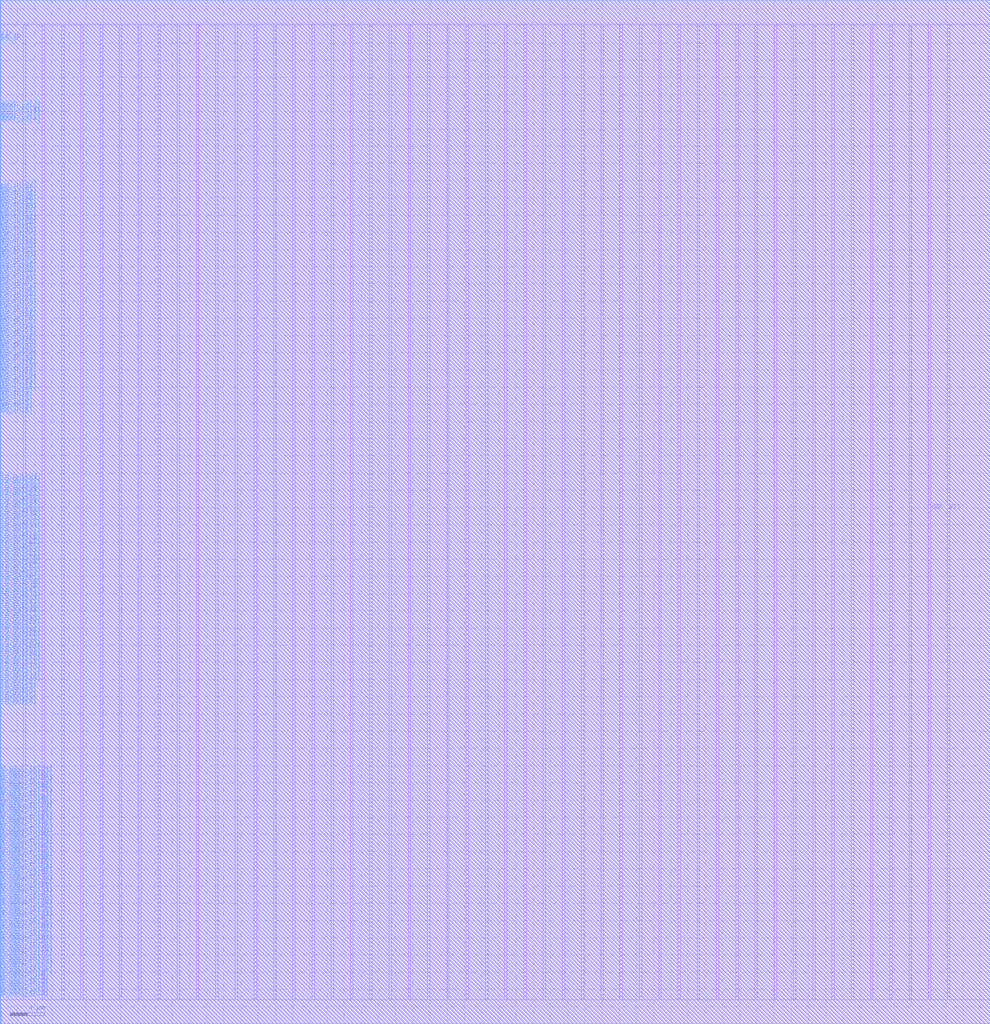
<source format=lef>
VERSION 5.7 ;
BUSBITCHARS "[]" ;
MACRO fakeram45_256x95_bottom
  FOREIGN fakeram45_256x95_bottom 0 0 ;
  SYMMETRY X Y R90 ;
  SIZE 0.19 BY 1.4 ;
  CLASS BLOCK ;
  PIN w_mask_in[0]
    DIRECTION INPUT ;
    USE SIGNAL ;
    SHAPE ABUTMENT ;
    PORT
      LAYER metal3 ;
      RECT 0.000 2.800 0.070 2.870 ;
    END
  END w_mask_in[0]
  PIN w_mask_in[1]
    DIRECTION INPUT ;
    USE SIGNAL ;
    SHAPE ABUTMENT ;
    PORT
      LAYER metal3 ;
      RECT 0.000 3.080 0.070 3.150 ;
    END
  END w_mask_in[1]
  PIN w_mask_in[2]
    DIRECTION INPUT ;
    USE SIGNAL ;
    SHAPE ABUTMENT ;
    PORT
      LAYER metal3 ;
      RECT 0.000 3.360 0.070 3.430 ;
    END
  END w_mask_in[2]
  PIN w_mask_in[3]
    DIRECTION INPUT ;
    USE SIGNAL ;
    SHAPE ABUTMENT ;
    PORT
      LAYER metal3 ;
      RECT 0.000 3.640 0.070 3.710 ;
    END
  END w_mask_in[3]
  PIN w_mask_in[4]
    DIRECTION INPUT ;
    USE SIGNAL ;
    SHAPE ABUTMENT ;
    PORT
      LAYER metal3 ;
      RECT 0.000 3.920 0.070 3.990 ;
    END
  END w_mask_in[4]
  PIN w_mask_in[5]
    DIRECTION INPUT ;
    USE SIGNAL ;
    SHAPE ABUTMENT ;
    PORT
      LAYER metal3 ;
      RECT 0.000 4.200 0.070 4.270 ;
    END
  END w_mask_in[5]
  PIN w_mask_in[6]
    DIRECTION INPUT ;
    USE SIGNAL ;
    SHAPE ABUTMENT ;
    PORT
      LAYER metal3 ;
      RECT 0.000 4.480 0.070 4.550 ;
    END
  END w_mask_in[6]
  PIN w_mask_in[7]
    DIRECTION INPUT ;
    USE SIGNAL ;
    SHAPE ABUTMENT ;
    PORT
      LAYER metal3 ;
      RECT 0.000 4.760 0.070 4.830 ;
    END
  END w_mask_in[7]
  PIN w_mask_in[8]
    DIRECTION INPUT ;
    USE SIGNAL ;
    SHAPE ABUTMENT ;
    PORT
      LAYER metal3 ;
      RECT 0.000 5.040 0.070 5.110 ;
    END
  END w_mask_in[8]
  PIN w_mask_in[9]
    DIRECTION INPUT ;
    USE SIGNAL ;
    SHAPE ABUTMENT ;
    PORT
      LAYER metal3 ;
      RECT 0.000 5.320 0.070 5.390 ;
    END
  END w_mask_in[9]
  PIN w_mask_in[10]
    DIRECTION INPUT ;
    USE SIGNAL ;
    SHAPE ABUTMENT ;
    PORT
      LAYER metal3 ;
      RECT 0.000 5.600 0.070 5.670 ;
    END
  END w_mask_in[10]
  PIN w_mask_in[11]
    DIRECTION INPUT ;
    USE SIGNAL ;
    SHAPE ABUTMENT ;
    PORT
      LAYER metal3 ;
      RECT 0.000 5.880 0.070 5.950 ;
    END
  END w_mask_in[11]
  PIN w_mask_in[12]
    DIRECTION INPUT ;
    USE SIGNAL ;
    SHAPE ABUTMENT ;
    PORT
      LAYER metal3 ;
      RECT 0.000 6.160 0.070 6.230 ;
    END
  END w_mask_in[12]
  PIN w_mask_in[13]
    DIRECTION INPUT ;
    USE SIGNAL ;
    SHAPE ABUTMENT ;
    PORT
      LAYER metal3 ;
      RECT 0.000 6.440 0.070 6.510 ;
    END
  END w_mask_in[13]
  PIN w_mask_in[14]
    DIRECTION INPUT ;
    USE SIGNAL ;
    SHAPE ABUTMENT ;
    PORT
      LAYER metal3 ;
      RECT 0.000 6.720 0.070 6.790 ;
    END
  END w_mask_in[14]
  PIN w_mask_in[15]
    DIRECTION INPUT ;
    USE SIGNAL ;
    SHAPE ABUTMENT ;
    PORT
      LAYER metal3 ;
      RECT 0.000 7.000 0.070 7.070 ;
    END
  END w_mask_in[15]
  PIN w_mask_in[16]
    DIRECTION INPUT ;
    USE SIGNAL ;
    SHAPE ABUTMENT ;
    PORT
      LAYER metal3 ;
      RECT 0.000 7.280 0.070 7.350 ;
    END
  END w_mask_in[16]
  PIN w_mask_in[17]
    DIRECTION INPUT ;
    USE SIGNAL ;
    SHAPE ABUTMENT ;
    PORT
      LAYER metal3 ;
      RECT 0.000 7.560 0.070 7.630 ;
    END
  END w_mask_in[17]
  PIN w_mask_in[18]
    DIRECTION INPUT ;
    USE SIGNAL ;
    SHAPE ABUTMENT ;
    PORT
      LAYER metal3 ;
      RECT 0.000 7.840 0.070 7.910 ;
    END
  END w_mask_in[18]
  PIN w_mask_in[19]
    DIRECTION INPUT ;
    USE SIGNAL ;
    SHAPE ABUTMENT ;
    PORT
      LAYER metal3 ;
      RECT 0.000 8.120 0.070 8.190 ;
    END
  END w_mask_in[19]
  PIN w_mask_in[20]
    DIRECTION INPUT ;
    USE SIGNAL ;
    SHAPE ABUTMENT ;
    PORT
      LAYER metal3 ;
      RECT 0.000 8.400 0.070 8.470 ;
    END
  END w_mask_in[20]
  PIN w_mask_in[21]
    DIRECTION INPUT ;
    USE SIGNAL ;
    SHAPE ABUTMENT ;
    PORT
      LAYER metal3 ;
      RECT 0.000 8.680 0.070 8.750 ;
    END
  END w_mask_in[21]
  PIN w_mask_in[22]
    DIRECTION INPUT ;
    USE SIGNAL ;
    SHAPE ABUTMENT ;
    PORT
      LAYER metal3 ;
      RECT 0.000 8.960 0.070 9.030 ;
    END
  END w_mask_in[22]
  PIN w_mask_in[23]
    DIRECTION INPUT ;
    USE SIGNAL ;
    SHAPE ABUTMENT ;
    PORT
      LAYER metal3 ;
      RECT 0.000 9.240 0.070 9.310 ;
    END
  END w_mask_in[23]
  PIN w_mask_in[24]
    DIRECTION INPUT ;
    USE SIGNAL ;
    SHAPE ABUTMENT ;
    PORT
      LAYER metal3 ;
      RECT 0.000 9.520 0.070 9.590 ;
    END
  END w_mask_in[24]
  PIN w_mask_in[25]
    DIRECTION INPUT ;
    USE SIGNAL ;
    SHAPE ABUTMENT ;
    PORT
      LAYER metal3 ;
      RECT 0.000 9.800 0.070 9.870 ;
    END
  END w_mask_in[25]
  PIN w_mask_in[26]
    DIRECTION INPUT ;
    USE SIGNAL ;
    SHAPE ABUTMENT ;
    PORT
      LAYER metal3 ;
      RECT 0.000 10.080 0.070 10.150 ;
    END
  END w_mask_in[26]
  PIN w_mask_in[27]
    DIRECTION INPUT ;
    USE SIGNAL ;
    SHAPE ABUTMENT ;
    PORT
      LAYER metal3 ;
      RECT 0.000 10.360 0.070 10.430 ;
    END
  END w_mask_in[27]
  PIN w_mask_in[28]
    DIRECTION INPUT ;
    USE SIGNAL ;
    SHAPE ABUTMENT ;
    PORT
      LAYER metal3 ;
      RECT 0.000 10.640 0.070 10.710 ;
    END
  END w_mask_in[28]
  PIN w_mask_in[29]
    DIRECTION INPUT ;
    USE SIGNAL ;
    SHAPE ABUTMENT ;
    PORT
      LAYER metal3 ;
      RECT 0.000 10.920 0.070 10.990 ;
    END
  END w_mask_in[29]
  PIN w_mask_in[30]
    DIRECTION INPUT ;
    USE SIGNAL ;
    SHAPE ABUTMENT ;
    PORT
      LAYER metal3 ;
      RECT 0.000 11.200 0.070 11.270 ;
    END
  END w_mask_in[30]
  PIN w_mask_in[31]
    DIRECTION INPUT ;
    USE SIGNAL ;
    SHAPE ABUTMENT ;
    PORT
      LAYER metal3 ;
      RECT 0.000 11.480 0.070 11.550 ;
    END
  END w_mask_in[31]
  PIN w_mask_in[32]
    DIRECTION INPUT ;
    USE SIGNAL ;
    SHAPE ABUTMENT ;
    PORT
      LAYER metal3 ;
      RECT 0.000 11.760 0.070 11.830 ;
    END
  END w_mask_in[32]
  PIN w_mask_in[33]
    DIRECTION INPUT ;
    USE SIGNAL ;
    SHAPE ABUTMENT ;
    PORT
      LAYER metal3 ;
      RECT 0.000 12.040 0.070 12.110 ;
    END
  END w_mask_in[33]
  PIN w_mask_in[34]
    DIRECTION INPUT ;
    USE SIGNAL ;
    SHAPE ABUTMENT ;
    PORT
      LAYER metal3 ;
      RECT 0.000 12.320 0.070 12.390 ;
    END
  END w_mask_in[34]
  PIN w_mask_in[35]
    DIRECTION INPUT ;
    USE SIGNAL ;
    SHAPE ABUTMENT ;
    PORT
      LAYER metal3 ;
      RECT 0.000 12.600 0.070 12.670 ;
    END
  END w_mask_in[35]
  PIN w_mask_in[36]
    DIRECTION INPUT ;
    USE SIGNAL ;
    SHAPE ABUTMENT ;
    PORT
      LAYER metal3 ;
      RECT 0.000 12.880 0.070 12.950 ;
    END
  END w_mask_in[36]
  PIN w_mask_in[37]
    DIRECTION INPUT ;
    USE SIGNAL ;
    SHAPE ABUTMENT ;
    PORT
      LAYER metal3 ;
      RECT 0.000 13.160 0.070 13.230 ;
    END
  END w_mask_in[37]
  PIN w_mask_in[38]
    DIRECTION INPUT ;
    USE SIGNAL ;
    SHAPE ABUTMENT ;
    PORT
      LAYER metal3 ;
      RECT 0.000 13.440 0.070 13.510 ;
    END
  END w_mask_in[38]
  PIN w_mask_in[39]
    DIRECTION INPUT ;
    USE SIGNAL ;
    SHAPE ABUTMENT ;
    PORT
      LAYER metal3 ;
      RECT 0.000 13.720 0.070 13.790 ;
    END
  END w_mask_in[39]
  PIN w_mask_in[40]
    DIRECTION INPUT ;
    USE SIGNAL ;
    SHAPE ABUTMENT ;
    PORT
      LAYER metal3 ;
      RECT 0.000 14.000 0.070 14.070 ;
    END
  END w_mask_in[40]
  PIN w_mask_in[41]
    DIRECTION INPUT ;
    USE SIGNAL ;
    SHAPE ABUTMENT ;
    PORT
      LAYER metal3 ;
      RECT 0.000 14.280 0.070 14.350 ;
    END
  END w_mask_in[41]
  PIN w_mask_in[42]
    DIRECTION INPUT ;
    USE SIGNAL ;
    SHAPE ABUTMENT ;
    PORT
      LAYER metal3 ;
      RECT 0.000 14.560 0.070 14.630 ;
    END
  END w_mask_in[42]
  PIN w_mask_in[43]
    DIRECTION INPUT ;
    USE SIGNAL ;
    SHAPE ABUTMENT ;
    PORT
      LAYER metal3 ;
      RECT 0.000 14.840 0.070 14.910 ;
    END
  END w_mask_in[43]
  PIN w_mask_in[44]
    DIRECTION INPUT ;
    USE SIGNAL ;
    SHAPE ABUTMENT ;
    PORT
      LAYER metal3 ;
      RECT 0.000 15.120 0.070 15.190 ;
    END
  END w_mask_in[44]
  PIN w_mask_in[45]
    DIRECTION INPUT ;
    USE SIGNAL ;
    SHAPE ABUTMENT ;
    PORT
      LAYER metal3 ;
      RECT 0.000 15.400 0.070 15.470 ;
    END
  END w_mask_in[45]
  PIN w_mask_in[46]
    DIRECTION INPUT ;
    USE SIGNAL ;
    SHAPE ABUTMENT ;
    PORT
      LAYER metal3 ;
      RECT 0.000 15.680 0.070 15.750 ;
    END
  END w_mask_in[46]
  PIN w_mask_in[47]
    DIRECTION INPUT ;
    USE SIGNAL ;
    SHAPE ABUTMENT ;
    PORT
      LAYER metal3 ;
      RECT 0.000 15.960 0.070 16.030 ;
    END
  END w_mask_in[47]
  PIN w_mask_in[48]
    DIRECTION INPUT ;
    USE SIGNAL ;
    SHAPE ABUTMENT ;
    PORT
      LAYER metal3 ;
      RECT 0.000 16.240 0.070 16.310 ;
    END
  END w_mask_in[48]
  PIN w_mask_in[49]
    DIRECTION INPUT ;
    USE SIGNAL ;
    SHAPE ABUTMENT ;
    PORT
      LAYER metal3 ;
      RECT 0.000 16.520 0.070 16.590 ;
    END
  END w_mask_in[49]
  PIN w_mask_in[50]
    DIRECTION INPUT ;
    USE SIGNAL ;
    SHAPE ABUTMENT ;
    PORT
      LAYER metal3 ;
      RECT 0.000 16.800 0.070 16.870 ;
    END
  END w_mask_in[50]
  PIN w_mask_in[51]
    DIRECTION INPUT ;
    USE SIGNAL ;
    SHAPE ABUTMENT ;
    PORT
      LAYER metal3 ;
      RECT 0.000 17.080 0.070 17.150 ;
    END
  END w_mask_in[51]
  PIN w_mask_in[52]
    DIRECTION INPUT ;
    USE SIGNAL ;
    SHAPE ABUTMENT ;
    PORT
      LAYER metal3 ;
      RECT 0.000 17.360 0.070 17.430 ;
    END
  END w_mask_in[52]
  PIN w_mask_in[53]
    DIRECTION INPUT ;
    USE SIGNAL ;
    SHAPE ABUTMENT ;
    PORT
      LAYER metal3 ;
      RECT 0.000 17.640 0.070 17.710 ;
    END
  END w_mask_in[53]
  PIN w_mask_in[54]
    DIRECTION INPUT ;
    USE SIGNAL ;
    SHAPE ABUTMENT ;
    PORT
      LAYER metal3 ;
      RECT 0.000 17.920 0.070 17.990 ;
    END
  END w_mask_in[54]
  PIN w_mask_in[55]
    DIRECTION INPUT ;
    USE SIGNAL ;
    SHAPE ABUTMENT ;
    PORT
      LAYER metal3 ;
      RECT 0.000 18.200 0.070 18.270 ;
    END
  END w_mask_in[55]
  PIN w_mask_in[56]
    DIRECTION INPUT ;
    USE SIGNAL ;
    SHAPE ABUTMENT ;
    PORT
      LAYER metal3 ;
      RECT 0.000 18.480 0.070 18.550 ;
    END
  END w_mask_in[56]
  PIN w_mask_in[57]
    DIRECTION INPUT ;
    USE SIGNAL ;
    SHAPE ABUTMENT ;
    PORT
      LAYER metal3 ;
      RECT 0.000 18.760 0.070 18.830 ;
    END
  END w_mask_in[57]
  PIN w_mask_in[58]
    DIRECTION INPUT ;
    USE SIGNAL ;
    SHAPE ABUTMENT ;
    PORT
      LAYER metal3 ;
      RECT 0.000 19.040 0.070 19.110 ;
    END
  END w_mask_in[58]
  PIN w_mask_in[59]
    DIRECTION INPUT ;
    USE SIGNAL ;
    SHAPE ABUTMENT ;
    PORT
      LAYER metal3 ;
      RECT 0.000 19.320 0.070 19.390 ;
    END
  END w_mask_in[59]
  PIN w_mask_in[60]
    DIRECTION INPUT ;
    USE SIGNAL ;
    SHAPE ABUTMENT ;
    PORT
      LAYER metal3 ;
      RECT 0.000 19.600 0.070 19.670 ;
    END
  END w_mask_in[60]
  PIN w_mask_in[61]
    DIRECTION INPUT ;
    USE SIGNAL ;
    SHAPE ABUTMENT ;
    PORT
      LAYER metal3 ;
      RECT 0.000 19.880 0.070 19.950 ;
    END
  END w_mask_in[61]
  PIN w_mask_in[62]
    DIRECTION INPUT ;
    USE SIGNAL ;
    SHAPE ABUTMENT ;
    PORT
      LAYER metal3 ;
      RECT 0.000 20.160 0.070 20.230 ;
    END
  END w_mask_in[62]
  PIN w_mask_in[63]
    DIRECTION INPUT ;
    USE SIGNAL ;
    SHAPE ABUTMENT ;
    PORT
      LAYER metal3 ;
      RECT 0.000 20.440 0.070 20.510 ;
    END
  END w_mask_in[63]
  PIN w_mask_in[64]
    DIRECTION INPUT ;
    USE SIGNAL ;
    SHAPE ABUTMENT ;
    PORT
      LAYER metal3 ;
      RECT 0.000 20.720 0.070 20.790 ;
    END
  END w_mask_in[64]
  PIN w_mask_in[65]
    DIRECTION INPUT ;
    USE SIGNAL ;
    SHAPE ABUTMENT ;
    PORT
      LAYER metal3 ;
      RECT 0.000 21.000 0.070 21.070 ;
    END
  END w_mask_in[65]
  PIN w_mask_in[66]
    DIRECTION INPUT ;
    USE SIGNAL ;
    SHAPE ABUTMENT ;
    PORT
      LAYER metal3 ;
      RECT 0.000 21.280 0.070 21.350 ;
    END
  END w_mask_in[66]
  PIN w_mask_in[67]
    DIRECTION INPUT ;
    USE SIGNAL ;
    SHAPE ABUTMENT ;
    PORT
      LAYER metal3 ;
      RECT 0.000 21.560 0.070 21.630 ;
    END
  END w_mask_in[67]
  PIN w_mask_in[68]
    DIRECTION INPUT ;
    USE SIGNAL ;
    SHAPE ABUTMENT ;
    PORT
      LAYER metal3 ;
      RECT 0.000 21.840 0.070 21.910 ;
    END
  END w_mask_in[68]
  PIN w_mask_in[69]
    DIRECTION INPUT ;
    USE SIGNAL ;
    SHAPE ABUTMENT ;
    PORT
      LAYER metal3 ;
      RECT 0.000 22.120 0.070 22.190 ;
    END
  END w_mask_in[69]
  PIN w_mask_in[70]
    DIRECTION INPUT ;
    USE SIGNAL ;
    SHAPE ABUTMENT ;
    PORT
      LAYER metal3 ;
      RECT 0.000 22.400 0.070 22.470 ;
    END
  END w_mask_in[70]
  PIN w_mask_in[71]
    DIRECTION INPUT ;
    USE SIGNAL ;
    SHAPE ABUTMENT ;
    PORT
      LAYER metal3 ;
      RECT 0.000 22.680 0.070 22.750 ;
    END
  END w_mask_in[71]
  PIN w_mask_in[72]
    DIRECTION INPUT ;
    USE SIGNAL ;
    SHAPE ABUTMENT ;
    PORT
      LAYER metal3 ;
      RECT 0.000 22.960 0.070 23.030 ;
    END
  END w_mask_in[72]
  PIN w_mask_in[73]
    DIRECTION INPUT ;
    USE SIGNAL ;
    SHAPE ABUTMENT ;
    PORT
      LAYER metal3 ;
      RECT 0.000 23.240 0.070 23.310 ;
    END
  END w_mask_in[73]
  PIN w_mask_in[74]
    DIRECTION INPUT ;
    USE SIGNAL ;
    SHAPE ABUTMENT ;
    PORT
      LAYER metal3 ;
      RECT 0.000 23.520 0.070 23.590 ;
    END
  END w_mask_in[74]
  PIN w_mask_in[75]
    DIRECTION INPUT ;
    USE SIGNAL ;
    SHAPE ABUTMENT ;
    PORT
      LAYER metal3 ;
      RECT 0.000 23.800 0.070 23.870 ;
    END
  END w_mask_in[75]
  PIN w_mask_in[76]
    DIRECTION INPUT ;
    USE SIGNAL ;
    SHAPE ABUTMENT ;
    PORT
      LAYER metal3 ;
      RECT 0.000 24.080 0.070 24.150 ;
    END
  END w_mask_in[76]
  PIN w_mask_in[77]
    DIRECTION INPUT ;
    USE SIGNAL ;
    SHAPE ABUTMENT ;
    PORT
      LAYER metal3 ;
      RECT 0.000 24.360 0.070 24.430 ;
    END
  END w_mask_in[77]
  PIN w_mask_in[78]
    DIRECTION INPUT ;
    USE SIGNAL ;
    SHAPE ABUTMENT ;
    PORT
      LAYER metal3 ;
      RECT 0.000 24.640 0.070 24.710 ;
    END
  END w_mask_in[78]
  PIN w_mask_in[79]
    DIRECTION INPUT ;
    USE SIGNAL ;
    SHAPE ABUTMENT ;
    PORT
      LAYER metal3 ;
      RECT 0.000 24.920 0.070 24.990 ;
    END
  END w_mask_in[79]
  PIN w_mask_in[80]
    DIRECTION INPUT ;
    USE SIGNAL ;
    SHAPE ABUTMENT ;
    PORT
      LAYER metal3 ;
      RECT 0.000 25.200 0.070 25.270 ;
    END
  END w_mask_in[80]
  PIN w_mask_in[81]
    DIRECTION INPUT ;
    USE SIGNAL ;
    SHAPE ABUTMENT ;
    PORT
      LAYER metal3 ;
      RECT 0.000 25.480 0.070 25.550 ;
    END
  END w_mask_in[81]
  PIN w_mask_in[82]
    DIRECTION INPUT ;
    USE SIGNAL ;
    SHAPE ABUTMENT ;
    PORT
      LAYER metal3 ;
      RECT 0.000 25.760 0.070 25.830 ;
    END
  END w_mask_in[82]
  PIN w_mask_in[83]
    DIRECTION INPUT ;
    USE SIGNAL ;
    SHAPE ABUTMENT ;
    PORT
      LAYER metal3 ;
      RECT 0.000 26.040 0.070 26.110 ;
    END
  END w_mask_in[83]
  PIN w_mask_in[84]
    DIRECTION INPUT ;
    USE SIGNAL ;
    SHAPE ABUTMENT ;
    PORT
      LAYER metal3 ;
      RECT 0.000 26.320 0.070 26.390 ;
    END
  END w_mask_in[84]
  PIN w_mask_in[85]
    DIRECTION INPUT ;
    USE SIGNAL ;
    SHAPE ABUTMENT ;
    PORT
      LAYER metal3 ;
      RECT 0.000 26.600 0.070 26.670 ;
    END
  END w_mask_in[85]
  PIN w_mask_in[86]
    DIRECTION INPUT ;
    USE SIGNAL ;
    SHAPE ABUTMENT ;
    PORT
      LAYER metal3 ;
      RECT 0.000 26.880 0.070 26.950 ;
    END
  END w_mask_in[86]
  PIN w_mask_in[87]
    DIRECTION INPUT ;
    USE SIGNAL ;
    SHAPE ABUTMENT ;
    PORT
      LAYER metal3 ;
      RECT 0.000 27.160 0.070 27.230 ;
    END
  END w_mask_in[87]
  PIN w_mask_in[88]
    DIRECTION INPUT ;
    USE SIGNAL ;
    SHAPE ABUTMENT ;
    PORT
      LAYER metal3 ;
      RECT 0.000 27.440 0.070 27.510 ;
    END
  END w_mask_in[88]
  PIN w_mask_in[89]
    DIRECTION INPUT ;
    USE SIGNAL ;
    SHAPE ABUTMENT ;
    PORT
      LAYER metal3 ;
      RECT 0.000 27.720 0.070 27.790 ;
    END
  END w_mask_in[89]
  PIN w_mask_in[90]
    DIRECTION INPUT ;
    USE SIGNAL ;
    SHAPE ABUTMENT ;
    PORT
      LAYER metal3 ;
      RECT 0.000 28.000 0.070 28.070 ;
    END
  END w_mask_in[90]
  PIN w_mask_in[91]
    DIRECTION INPUT ;
    USE SIGNAL ;
    SHAPE ABUTMENT ;
    PORT
      LAYER metal3 ;
      RECT 0.000 28.280 0.070 28.350 ;
    END
  END w_mask_in[91]
  PIN w_mask_in[92]
    DIRECTION INPUT ;
    USE SIGNAL ;
    SHAPE ABUTMENT ;
    PORT
      LAYER metal3 ;
      RECT 0.000 28.560 0.070 28.630 ;
    END
  END w_mask_in[92]
  PIN w_mask_in[93]
    DIRECTION INPUT ;
    USE SIGNAL ;
    SHAPE ABUTMENT ;
    PORT
      LAYER metal3 ;
      RECT 0.000 28.840 0.070 28.910 ;
    END
  END w_mask_in[93]
  PIN w_mask_in[94]
    DIRECTION INPUT ;
    USE SIGNAL ;
    SHAPE ABUTMENT ;
    PORT
      LAYER metal3 ;
      RECT 0.000 29.120 0.070 29.190 ;
    END
  END w_mask_in[94]
  PIN rd_out[0]
    DIRECTION OUTPUT ;
    USE SIGNAL ;
    SHAPE ABUTMENT ;
    PORT
      LAYER metal3 ;
      RECT 0.000 36.680 0.070 36.750 ;
    END
  END rd_out[0]
  PIN rd_out[1]
    DIRECTION OUTPUT ;
    USE SIGNAL ;
    SHAPE ABUTMENT ;
    PORT
      LAYER metal3 ;
      RECT 0.000 36.960 0.070 37.030 ;
    END
  END rd_out[1]
  PIN rd_out[2]
    DIRECTION OUTPUT ;
    USE SIGNAL ;
    SHAPE ABUTMENT ;
    PORT
      LAYER metal3 ;
      RECT 0.000 37.240 0.070 37.310 ;
    END
  END rd_out[2]
  PIN rd_out[3]
    DIRECTION OUTPUT ;
    USE SIGNAL ;
    SHAPE ABUTMENT ;
    PORT
      LAYER metal3 ;
      RECT 0.000 37.520 0.070 37.590 ;
    END
  END rd_out[3]
  PIN rd_out[4]
    DIRECTION OUTPUT ;
    USE SIGNAL ;
    SHAPE ABUTMENT ;
    PORT
      LAYER metal3 ;
      RECT 0.000 37.800 0.070 37.870 ;
    END
  END rd_out[4]
  PIN rd_out[5]
    DIRECTION OUTPUT ;
    USE SIGNAL ;
    SHAPE ABUTMENT ;
    PORT
      LAYER metal3 ;
      RECT 0.000 38.080 0.070 38.150 ;
    END
  END rd_out[5]
  PIN rd_out[6]
    DIRECTION OUTPUT ;
    USE SIGNAL ;
    SHAPE ABUTMENT ;
    PORT
      LAYER metal3 ;
      RECT 0.000 38.360 0.070 38.430 ;
    END
  END rd_out[6]
  PIN rd_out[7]
    DIRECTION OUTPUT ;
    USE SIGNAL ;
    SHAPE ABUTMENT ;
    PORT
      LAYER metal3 ;
      RECT 0.000 38.640 0.070 38.710 ;
    END
  END rd_out[7]
  PIN rd_out[8]
    DIRECTION OUTPUT ;
    USE SIGNAL ;
    SHAPE ABUTMENT ;
    PORT
      LAYER metal3 ;
      RECT 0.000 38.920 0.070 38.990 ;
    END
  END rd_out[8]
  PIN rd_out[9]
    DIRECTION OUTPUT ;
    USE SIGNAL ;
    SHAPE ABUTMENT ;
    PORT
      LAYER metal3 ;
      RECT 0.000 39.200 0.070 39.270 ;
    END
  END rd_out[9]
  PIN rd_out[10]
    DIRECTION OUTPUT ;
    USE SIGNAL ;
    SHAPE ABUTMENT ;
    PORT
      LAYER metal3 ;
      RECT 0.000 39.480 0.070 39.550 ;
    END
  END rd_out[10]
  PIN rd_out[11]
    DIRECTION OUTPUT ;
    USE SIGNAL ;
    SHAPE ABUTMENT ;
    PORT
      LAYER metal3 ;
      RECT 0.000 39.760 0.070 39.830 ;
    END
  END rd_out[11]
  PIN rd_out[12]
    DIRECTION OUTPUT ;
    USE SIGNAL ;
    SHAPE ABUTMENT ;
    PORT
      LAYER metal3 ;
      RECT 0.000 40.040 0.070 40.110 ;
    END
  END rd_out[12]
  PIN rd_out[13]
    DIRECTION OUTPUT ;
    USE SIGNAL ;
    SHAPE ABUTMENT ;
    PORT
      LAYER metal3 ;
      RECT 0.000 40.320 0.070 40.390 ;
    END
  END rd_out[13]
  PIN rd_out[14]
    DIRECTION OUTPUT ;
    USE SIGNAL ;
    SHAPE ABUTMENT ;
    PORT
      LAYER metal3 ;
      RECT 0.000 40.600 0.070 40.670 ;
    END
  END rd_out[14]
  PIN rd_out[15]
    DIRECTION OUTPUT ;
    USE SIGNAL ;
    SHAPE ABUTMENT ;
    PORT
      LAYER metal3 ;
      RECT 0.000 40.880 0.070 40.950 ;
    END
  END rd_out[15]
  PIN rd_out[16]
    DIRECTION OUTPUT ;
    USE SIGNAL ;
    SHAPE ABUTMENT ;
    PORT
      LAYER metal3 ;
      RECT 0.000 41.160 0.070 41.230 ;
    END
  END rd_out[16]
  PIN rd_out[17]
    DIRECTION OUTPUT ;
    USE SIGNAL ;
    SHAPE ABUTMENT ;
    PORT
      LAYER metal3 ;
      RECT 0.000 41.440 0.070 41.510 ;
    END
  END rd_out[17]
  PIN rd_out[18]
    DIRECTION OUTPUT ;
    USE SIGNAL ;
    SHAPE ABUTMENT ;
    PORT
      LAYER metal3 ;
      RECT 0.000 41.720 0.070 41.790 ;
    END
  END rd_out[18]
  PIN rd_out[19]
    DIRECTION OUTPUT ;
    USE SIGNAL ;
    SHAPE ABUTMENT ;
    PORT
      LAYER metal3 ;
      RECT 0.000 42.000 0.070 42.070 ;
    END
  END rd_out[19]
  PIN rd_out[20]
    DIRECTION OUTPUT ;
    USE SIGNAL ;
    SHAPE ABUTMENT ;
    PORT
      LAYER metal3 ;
      RECT 0.000 42.280 0.070 42.350 ;
    END
  END rd_out[20]
  PIN rd_out[21]
    DIRECTION OUTPUT ;
    USE SIGNAL ;
    SHAPE ABUTMENT ;
    PORT
      LAYER metal3 ;
      RECT 0.000 42.560 0.070 42.630 ;
    END
  END rd_out[21]
  PIN rd_out[22]
    DIRECTION OUTPUT ;
    USE SIGNAL ;
    SHAPE ABUTMENT ;
    PORT
      LAYER metal3 ;
      RECT 0.000 42.840 0.070 42.910 ;
    END
  END rd_out[22]
  PIN rd_out[23]
    DIRECTION OUTPUT ;
    USE SIGNAL ;
    SHAPE ABUTMENT ;
    PORT
      LAYER metal3 ;
      RECT 0.000 43.120 0.070 43.190 ;
    END
  END rd_out[23]
  PIN rd_out[24]
    DIRECTION OUTPUT ;
    USE SIGNAL ;
    SHAPE ABUTMENT ;
    PORT
      LAYER metal3 ;
      RECT 0.000 43.400 0.070 43.470 ;
    END
  END rd_out[24]
  PIN rd_out[25]
    DIRECTION OUTPUT ;
    USE SIGNAL ;
    SHAPE ABUTMENT ;
    PORT
      LAYER metal3 ;
      RECT 0.000 43.680 0.070 43.750 ;
    END
  END rd_out[25]
  PIN rd_out[26]
    DIRECTION OUTPUT ;
    USE SIGNAL ;
    SHAPE ABUTMENT ;
    PORT
      LAYER metal3 ;
      RECT 0.000 43.960 0.070 44.030 ;
    END
  END rd_out[26]
  PIN rd_out[27]
    DIRECTION OUTPUT ;
    USE SIGNAL ;
    SHAPE ABUTMENT ;
    PORT
      LAYER metal3 ;
      RECT 0.000 44.240 0.070 44.310 ;
    END
  END rd_out[27]
  PIN rd_out[28]
    DIRECTION OUTPUT ;
    USE SIGNAL ;
    SHAPE ABUTMENT ;
    PORT
      LAYER metal3 ;
      RECT 0.000 44.520 0.070 44.590 ;
    END
  END rd_out[28]
  PIN rd_out[29]
    DIRECTION OUTPUT ;
    USE SIGNAL ;
    SHAPE ABUTMENT ;
    PORT
      LAYER metal3 ;
      RECT 0.000 44.800 0.070 44.870 ;
    END
  END rd_out[29]
  PIN rd_out[30]
    DIRECTION OUTPUT ;
    USE SIGNAL ;
    SHAPE ABUTMENT ;
    PORT
      LAYER metal3 ;
      RECT 0.000 45.080 0.070 45.150 ;
    END
  END rd_out[30]
  PIN rd_out[31]
    DIRECTION OUTPUT ;
    USE SIGNAL ;
    SHAPE ABUTMENT ;
    PORT
      LAYER metal3 ;
      RECT 0.000 45.360 0.070 45.430 ;
    END
  END rd_out[31]
  PIN rd_out[32]
    DIRECTION OUTPUT ;
    USE SIGNAL ;
    SHAPE ABUTMENT ;
    PORT
      LAYER metal3 ;
      RECT 0.000 45.640 0.070 45.710 ;
    END
  END rd_out[32]
  PIN rd_out[33]
    DIRECTION OUTPUT ;
    USE SIGNAL ;
    SHAPE ABUTMENT ;
    PORT
      LAYER metal3 ;
      RECT 0.000 45.920 0.070 45.990 ;
    END
  END rd_out[33]
  PIN rd_out[34]
    DIRECTION OUTPUT ;
    USE SIGNAL ;
    SHAPE ABUTMENT ;
    PORT
      LAYER metal3 ;
      RECT 0.000 46.200 0.070 46.270 ;
    END
  END rd_out[34]
  PIN rd_out[35]
    DIRECTION OUTPUT ;
    USE SIGNAL ;
    SHAPE ABUTMENT ;
    PORT
      LAYER metal3 ;
      RECT 0.000 46.480 0.070 46.550 ;
    END
  END rd_out[35]
  PIN rd_out[36]
    DIRECTION OUTPUT ;
    USE SIGNAL ;
    SHAPE ABUTMENT ;
    PORT
      LAYER metal3 ;
      RECT 0.000 46.760 0.070 46.830 ;
    END
  END rd_out[36]
  PIN rd_out[37]
    DIRECTION OUTPUT ;
    USE SIGNAL ;
    SHAPE ABUTMENT ;
    PORT
      LAYER metal3 ;
      RECT 0.000 47.040 0.070 47.110 ;
    END
  END rd_out[37]
  PIN rd_out[38]
    DIRECTION OUTPUT ;
    USE SIGNAL ;
    SHAPE ABUTMENT ;
    PORT
      LAYER metal3 ;
      RECT 0.000 47.320 0.070 47.390 ;
    END
  END rd_out[38]
  PIN rd_out[39]
    DIRECTION OUTPUT ;
    USE SIGNAL ;
    SHAPE ABUTMENT ;
    PORT
      LAYER metal3 ;
      RECT 0.000 47.600 0.070 47.670 ;
    END
  END rd_out[39]
  PIN rd_out[40]
    DIRECTION OUTPUT ;
    USE SIGNAL ;
    SHAPE ABUTMENT ;
    PORT
      LAYER metal3 ;
      RECT 0.000 47.880 0.070 47.950 ;
    END
  END rd_out[40]
  PIN rd_out[41]
    DIRECTION OUTPUT ;
    USE SIGNAL ;
    SHAPE ABUTMENT ;
    PORT
      LAYER metal3 ;
      RECT 0.000 48.160 0.070 48.230 ;
    END
  END rd_out[41]
  PIN rd_out[42]
    DIRECTION OUTPUT ;
    USE SIGNAL ;
    SHAPE ABUTMENT ;
    PORT
      LAYER metal3 ;
      RECT 0.000 48.440 0.070 48.510 ;
    END
  END rd_out[42]
  PIN rd_out[43]
    DIRECTION OUTPUT ;
    USE SIGNAL ;
    SHAPE ABUTMENT ;
    PORT
      LAYER metal3 ;
      RECT 0.000 48.720 0.070 48.790 ;
    END
  END rd_out[43]
  PIN rd_out[44]
    DIRECTION OUTPUT ;
    USE SIGNAL ;
    SHAPE ABUTMENT ;
    PORT
      LAYER metal3 ;
      RECT 0.000 49.000 0.070 49.070 ;
    END
  END rd_out[44]
  PIN rd_out[45]
    DIRECTION OUTPUT ;
    USE SIGNAL ;
    SHAPE ABUTMENT ;
    PORT
      LAYER metal3 ;
      RECT 0.000 49.280 0.070 49.350 ;
    END
  END rd_out[45]
  PIN rd_out[46]
    DIRECTION OUTPUT ;
    USE SIGNAL ;
    SHAPE ABUTMENT ;
    PORT
      LAYER metal3 ;
      RECT 0.000 49.560 0.070 49.630 ;
    END
  END rd_out[46]
  PIN rd_out[47]
    DIRECTION OUTPUT ;
    USE SIGNAL ;
    SHAPE ABUTMENT ;
    PORT
      LAYER metal3 ;
      RECT 0.000 49.840 0.070 49.910 ;
    END
  END rd_out[47]
  PIN rd_out[48]
    DIRECTION OUTPUT ;
    USE SIGNAL ;
    SHAPE ABUTMENT ;
    PORT
      LAYER metal3 ;
      RECT 0.000 50.120 0.070 50.190 ;
    END
  END rd_out[48]
  PIN rd_out[49]
    DIRECTION OUTPUT ;
    USE SIGNAL ;
    SHAPE ABUTMENT ;
    PORT
      LAYER metal3 ;
      RECT 0.000 50.400 0.070 50.470 ;
    END
  END rd_out[49]
  PIN rd_out[50]
    DIRECTION OUTPUT ;
    USE SIGNAL ;
    SHAPE ABUTMENT ;
    PORT
      LAYER metal3 ;
      RECT 0.000 50.680 0.070 50.750 ;
    END
  END rd_out[50]
  PIN rd_out[51]
    DIRECTION OUTPUT ;
    USE SIGNAL ;
    SHAPE ABUTMENT ;
    PORT
      LAYER metal3 ;
      RECT 0.000 50.960 0.070 51.030 ;
    END
  END rd_out[51]
  PIN rd_out[52]
    DIRECTION OUTPUT ;
    USE SIGNAL ;
    SHAPE ABUTMENT ;
    PORT
      LAYER metal3 ;
      RECT 0.000 51.240 0.070 51.310 ;
    END
  END rd_out[52]
  PIN rd_out[53]
    DIRECTION OUTPUT ;
    USE SIGNAL ;
    SHAPE ABUTMENT ;
    PORT
      LAYER metal3 ;
      RECT 0.000 51.520 0.070 51.590 ;
    END
  END rd_out[53]
  PIN rd_out[54]
    DIRECTION OUTPUT ;
    USE SIGNAL ;
    SHAPE ABUTMENT ;
    PORT
      LAYER metal3 ;
      RECT 0.000 51.800 0.070 51.870 ;
    END
  END rd_out[54]
  PIN rd_out[55]
    DIRECTION OUTPUT ;
    USE SIGNAL ;
    SHAPE ABUTMENT ;
    PORT
      LAYER metal3 ;
      RECT 0.000 52.080 0.070 52.150 ;
    END
  END rd_out[55]
  PIN rd_out[56]
    DIRECTION OUTPUT ;
    USE SIGNAL ;
    SHAPE ABUTMENT ;
    PORT
      LAYER metal3 ;
      RECT 0.000 52.360 0.070 52.430 ;
    END
  END rd_out[56]
  PIN rd_out[57]
    DIRECTION OUTPUT ;
    USE SIGNAL ;
    SHAPE ABUTMENT ;
    PORT
      LAYER metal3 ;
      RECT 0.000 52.640 0.070 52.710 ;
    END
  END rd_out[57]
  PIN rd_out[58]
    DIRECTION OUTPUT ;
    USE SIGNAL ;
    SHAPE ABUTMENT ;
    PORT
      LAYER metal3 ;
      RECT 0.000 52.920 0.070 52.990 ;
    END
  END rd_out[58]
  PIN rd_out[59]
    DIRECTION OUTPUT ;
    USE SIGNAL ;
    SHAPE ABUTMENT ;
    PORT
      LAYER metal3 ;
      RECT 0.000 53.200 0.070 53.270 ;
    END
  END rd_out[59]
  PIN rd_out[60]
    DIRECTION OUTPUT ;
    USE SIGNAL ;
    SHAPE ABUTMENT ;
    PORT
      LAYER metal3 ;
      RECT 0.000 53.480 0.070 53.550 ;
    END
  END rd_out[60]
  PIN rd_out[61]
    DIRECTION OUTPUT ;
    USE SIGNAL ;
    SHAPE ABUTMENT ;
    PORT
      LAYER metal3 ;
      RECT 0.000 53.760 0.070 53.830 ;
    END
  END rd_out[61]
  PIN rd_out[62]
    DIRECTION OUTPUT ;
    USE SIGNAL ;
    SHAPE ABUTMENT ;
    PORT
      LAYER metal3 ;
      RECT 0.000 54.040 0.070 54.110 ;
    END
  END rd_out[62]
  PIN rd_out[63]
    DIRECTION OUTPUT ;
    USE SIGNAL ;
    SHAPE ABUTMENT ;
    PORT
      LAYER metal3 ;
      RECT 0.000 54.320 0.070 54.390 ;
    END
  END rd_out[63]
  PIN rd_out[64]
    DIRECTION OUTPUT ;
    USE SIGNAL ;
    SHAPE ABUTMENT ;
    PORT
      LAYER metal3 ;
      RECT 0.000 54.600 0.070 54.670 ;
    END
  END rd_out[64]
  PIN rd_out[65]
    DIRECTION OUTPUT ;
    USE SIGNAL ;
    SHAPE ABUTMENT ;
    PORT
      LAYER metal3 ;
      RECT 0.000 54.880 0.070 54.950 ;
    END
  END rd_out[65]
  PIN rd_out[66]
    DIRECTION OUTPUT ;
    USE SIGNAL ;
    SHAPE ABUTMENT ;
    PORT
      LAYER metal3 ;
      RECT 0.000 55.160 0.070 55.230 ;
    END
  END rd_out[66]
  PIN rd_out[67]
    DIRECTION OUTPUT ;
    USE SIGNAL ;
    SHAPE ABUTMENT ;
    PORT
      LAYER metal3 ;
      RECT 0.000 55.440 0.070 55.510 ;
    END
  END rd_out[67]
  PIN rd_out[68]
    DIRECTION OUTPUT ;
    USE SIGNAL ;
    SHAPE ABUTMENT ;
    PORT
      LAYER metal3 ;
      RECT 0.000 55.720 0.070 55.790 ;
    END
  END rd_out[68]
  PIN rd_out[69]
    DIRECTION OUTPUT ;
    USE SIGNAL ;
    SHAPE ABUTMENT ;
    PORT
      LAYER metal3 ;
      RECT 0.000 56.000 0.070 56.070 ;
    END
  END rd_out[69]
  PIN rd_out[70]
    DIRECTION OUTPUT ;
    USE SIGNAL ;
    SHAPE ABUTMENT ;
    PORT
      LAYER metal3 ;
      RECT 0.000 56.280 0.070 56.350 ;
    END
  END rd_out[70]
  PIN rd_out[71]
    DIRECTION OUTPUT ;
    USE SIGNAL ;
    SHAPE ABUTMENT ;
    PORT
      LAYER metal3 ;
      RECT 0.000 56.560 0.070 56.630 ;
    END
  END rd_out[71]
  PIN rd_out[72]
    DIRECTION OUTPUT ;
    USE SIGNAL ;
    SHAPE ABUTMENT ;
    PORT
      LAYER metal3 ;
      RECT 0.000 56.840 0.070 56.910 ;
    END
  END rd_out[72]
  PIN rd_out[73]
    DIRECTION OUTPUT ;
    USE SIGNAL ;
    SHAPE ABUTMENT ;
    PORT
      LAYER metal3 ;
      RECT 0.000 57.120 0.070 57.190 ;
    END
  END rd_out[73]
  PIN rd_out[74]
    DIRECTION OUTPUT ;
    USE SIGNAL ;
    SHAPE ABUTMENT ;
    PORT
      LAYER metal3 ;
      RECT 0.000 57.400 0.070 57.470 ;
    END
  END rd_out[74]
  PIN rd_out[75]
    DIRECTION OUTPUT ;
    USE SIGNAL ;
    SHAPE ABUTMENT ;
    PORT
      LAYER metal3 ;
      RECT 0.000 57.680 0.070 57.750 ;
    END
  END rd_out[75]
  PIN rd_out[76]
    DIRECTION OUTPUT ;
    USE SIGNAL ;
    SHAPE ABUTMENT ;
    PORT
      LAYER metal3 ;
      RECT 0.000 57.960 0.070 58.030 ;
    END
  END rd_out[76]
  PIN rd_out[77]
    DIRECTION OUTPUT ;
    USE SIGNAL ;
    SHAPE ABUTMENT ;
    PORT
      LAYER metal3 ;
      RECT 0.000 58.240 0.070 58.310 ;
    END
  END rd_out[77]
  PIN rd_out[78]
    DIRECTION OUTPUT ;
    USE SIGNAL ;
    SHAPE ABUTMENT ;
    PORT
      LAYER metal3 ;
      RECT 0.000 58.520 0.070 58.590 ;
    END
  END rd_out[78]
  PIN rd_out[79]
    DIRECTION OUTPUT ;
    USE SIGNAL ;
    SHAPE ABUTMENT ;
    PORT
      LAYER metal3 ;
      RECT 0.000 58.800 0.070 58.870 ;
    END
  END rd_out[79]
  PIN rd_out[80]
    DIRECTION OUTPUT ;
    USE SIGNAL ;
    SHAPE ABUTMENT ;
    PORT
      LAYER metal3 ;
      RECT 0.000 59.080 0.070 59.150 ;
    END
  END rd_out[80]
  PIN rd_out[81]
    DIRECTION OUTPUT ;
    USE SIGNAL ;
    SHAPE ABUTMENT ;
    PORT
      LAYER metal3 ;
      RECT 0.000 59.360 0.070 59.430 ;
    END
  END rd_out[81]
  PIN rd_out[82]
    DIRECTION OUTPUT ;
    USE SIGNAL ;
    SHAPE ABUTMENT ;
    PORT
      LAYER metal3 ;
      RECT 0.000 59.640 0.070 59.710 ;
    END
  END rd_out[82]
  PIN rd_out[83]
    DIRECTION OUTPUT ;
    USE SIGNAL ;
    SHAPE ABUTMENT ;
    PORT
      LAYER metal3 ;
      RECT 0.000 59.920 0.070 59.990 ;
    END
  END rd_out[83]
  PIN rd_out[84]
    DIRECTION OUTPUT ;
    USE SIGNAL ;
    SHAPE ABUTMENT ;
    PORT
      LAYER metal3 ;
      RECT 0.000 60.200 0.070 60.270 ;
    END
  END rd_out[84]
  PIN rd_out[85]
    DIRECTION OUTPUT ;
    USE SIGNAL ;
    SHAPE ABUTMENT ;
    PORT
      LAYER metal3 ;
      RECT 0.000 60.480 0.070 60.550 ;
    END
  END rd_out[85]
  PIN rd_out[86]
    DIRECTION OUTPUT ;
    USE SIGNAL ;
    SHAPE ABUTMENT ;
    PORT
      LAYER metal3 ;
      RECT 0.000 60.760 0.070 60.830 ;
    END
  END rd_out[86]
  PIN rd_out[87]
    DIRECTION OUTPUT ;
    USE SIGNAL ;
    SHAPE ABUTMENT ;
    PORT
      LAYER metal3 ;
      RECT 0.000 61.040 0.070 61.110 ;
    END
  END rd_out[87]
  PIN rd_out[88]
    DIRECTION OUTPUT ;
    USE SIGNAL ;
    SHAPE ABUTMENT ;
    PORT
      LAYER metal3 ;
      RECT 0.000 61.320 0.070 61.390 ;
    END
  END rd_out[88]
  PIN rd_out[89]
    DIRECTION OUTPUT ;
    USE SIGNAL ;
    SHAPE ABUTMENT ;
    PORT
      LAYER metal3 ;
      RECT 0.000 61.600 0.070 61.670 ;
    END
  END rd_out[89]
  PIN rd_out[90]
    DIRECTION OUTPUT ;
    USE SIGNAL ;
    SHAPE ABUTMENT ;
    PORT
      LAYER metal3 ;
      RECT 0.000 61.880 0.070 61.950 ;
    END
  END rd_out[90]
  PIN rd_out[91]
    DIRECTION OUTPUT ;
    USE SIGNAL ;
    SHAPE ABUTMENT ;
    PORT
      LAYER metal3 ;
      RECT 0.000 62.160 0.070 62.230 ;
    END
  END rd_out[91]
  PIN rd_out[92]
    DIRECTION OUTPUT ;
    USE SIGNAL ;
    SHAPE ABUTMENT ;
    PORT
      LAYER metal3 ;
      RECT 0.000 62.440 0.070 62.510 ;
    END
  END rd_out[92]
  PIN rd_out[93]
    DIRECTION OUTPUT ;
    USE SIGNAL ;
    SHAPE ABUTMENT ;
    PORT
      LAYER metal3 ;
      RECT 0.000 62.720 0.070 62.790 ;
    END
  END rd_out[93]
  PIN rd_out[94]
    DIRECTION OUTPUT ;
    USE SIGNAL ;
    SHAPE ABUTMENT ;
    PORT
      LAYER metal3 ;
      RECT 0.000 63.000 0.070 63.070 ;
    END
  END rd_out[94]
  PIN wd_in[0]
    DIRECTION INPUT ;
    USE SIGNAL ;
    SHAPE ABUTMENT ;
    PORT
      LAYER metal3 ;
      RECT 0.000 70.560 0.070 70.630 ;
    END
  END wd_in[0]
  PIN wd_in[1]
    DIRECTION INPUT ;
    USE SIGNAL ;
    SHAPE ABUTMENT ;
    PORT
      LAYER metal3 ;
      RECT 0.000 70.840 0.070 70.910 ;
    END
  END wd_in[1]
  PIN wd_in[2]
    DIRECTION INPUT ;
    USE SIGNAL ;
    SHAPE ABUTMENT ;
    PORT
      LAYER metal3 ;
      RECT 0.000 71.120 0.070 71.190 ;
    END
  END wd_in[2]
  PIN wd_in[3]
    DIRECTION INPUT ;
    USE SIGNAL ;
    SHAPE ABUTMENT ;
    PORT
      LAYER metal3 ;
      RECT 0.000 71.400 0.070 71.470 ;
    END
  END wd_in[3]
  PIN wd_in[4]
    DIRECTION INPUT ;
    USE SIGNAL ;
    SHAPE ABUTMENT ;
    PORT
      LAYER metal3 ;
      RECT 0.000 71.680 0.070 71.750 ;
    END
  END wd_in[4]
  PIN wd_in[5]
    DIRECTION INPUT ;
    USE SIGNAL ;
    SHAPE ABUTMENT ;
    PORT
      LAYER metal3 ;
      RECT 0.000 71.960 0.070 72.030 ;
    END
  END wd_in[5]
  PIN wd_in[6]
    DIRECTION INPUT ;
    USE SIGNAL ;
    SHAPE ABUTMENT ;
    PORT
      LAYER metal3 ;
      RECT 0.000 72.240 0.070 72.310 ;
    END
  END wd_in[6]
  PIN wd_in[7]
    DIRECTION INPUT ;
    USE SIGNAL ;
    SHAPE ABUTMENT ;
    PORT
      LAYER metal3 ;
      RECT 0.000 72.520 0.070 72.590 ;
    END
  END wd_in[7]
  PIN wd_in[8]
    DIRECTION INPUT ;
    USE SIGNAL ;
    SHAPE ABUTMENT ;
    PORT
      LAYER metal3 ;
      RECT 0.000 72.800 0.070 72.870 ;
    END
  END wd_in[8]
  PIN wd_in[9]
    DIRECTION INPUT ;
    USE SIGNAL ;
    SHAPE ABUTMENT ;
    PORT
      LAYER metal3 ;
      RECT 0.000 73.080 0.070 73.150 ;
    END
  END wd_in[9]
  PIN wd_in[10]
    DIRECTION INPUT ;
    USE SIGNAL ;
    SHAPE ABUTMENT ;
    PORT
      LAYER metal3 ;
      RECT 0.000 73.360 0.070 73.430 ;
    END
  END wd_in[10]
  PIN wd_in[11]
    DIRECTION INPUT ;
    USE SIGNAL ;
    SHAPE ABUTMENT ;
    PORT
      LAYER metal3 ;
      RECT 0.000 73.640 0.070 73.710 ;
    END
  END wd_in[11]
  PIN wd_in[12]
    DIRECTION INPUT ;
    USE SIGNAL ;
    SHAPE ABUTMENT ;
    PORT
      LAYER metal3 ;
      RECT 0.000 73.920 0.070 73.990 ;
    END
  END wd_in[12]
  PIN wd_in[13]
    DIRECTION INPUT ;
    USE SIGNAL ;
    SHAPE ABUTMENT ;
    PORT
      LAYER metal3 ;
      RECT 0.000 74.200 0.070 74.270 ;
    END
  END wd_in[13]
  PIN wd_in[14]
    DIRECTION INPUT ;
    USE SIGNAL ;
    SHAPE ABUTMENT ;
    PORT
      LAYER metal3 ;
      RECT 0.000 74.480 0.070 74.550 ;
    END
  END wd_in[14]
  PIN wd_in[15]
    DIRECTION INPUT ;
    USE SIGNAL ;
    SHAPE ABUTMENT ;
    PORT
      LAYER metal3 ;
      RECT 0.000 74.760 0.070 74.830 ;
    END
  END wd_in[15]
  PIN wd_in[16]
    DIRECTION INPUT ;
    USE SIGNAL ;
    SHAPE ABUTMENT ;
    PORT
      LAYER metal3 ;
      RECT 0.000 75.040 0.070 75.110 ;
    END
  END wd_in[16]
  PIN wd_in[17]
    DIRECTION INPUT ;
    USE SIGNAL ;
    SHAPE ABUTMENT ;
    PORT
      LAYER metal3 ;
      RECT 0.000 75.320 0.070 75.390 ;
    END
  END wd_in[17]
  PIN wd_in[18]
    DIRECTION INPUT ;
    USE SIGNAL ;
    SHAPE ABUTMENT ;
    PORT
      LAYER metal3 ;
      RECT 0.000 75.600 0.070 75.670 ;
    END
  END wd_in[18]
  PIN wd_in[19]
    DIRECTION INPUT ;
    USE SIGNAL ;
    SHAPE ABUTMENT ;
    PORT
      LAYER metal3 ;
      RECT 0.000 75.880 0.070 75.950 ;
    END
  END wd_in[19]
  PIN wd_in[20]
    DIRECTION INPUT ;
    USE SIGNAL ;
    SHAPE ABUTMENT ;
    PORT
      LAYER metal3 ;
      RECT 0.000 76.160 0.070 76.230 ;
    END
  END wd_in[20]
  PIN wd_in[21]
    DIRECTION INPUT ;
    USE SIGNAL ;
    SHAPE ABUTMENT ;
    PORT
      LAYER metal3 ;
      RECT 0.000 76.440 0.070 76.510 ;
    END
  END wd_in[21]
  PIN wd_in[22]
    DIRECTION INPUT ;
    USE SIGNAL ;
    SHAPE ABUTMENT ;
    PORT
      LAYER metal3 ;
      RECT 0.000 76.720 0.070 76.790 ;
    END
  END wd_in[22]
  PIN wd_in[23]
    DIRECTION INPUT ;
    USE SIGNAL ;
    SHAPE ABUTMENT ;
    PORT
      LAYER metal3 ;
      RECT 0.000 77.000 0.070 77.070 ;
    END
  END wd_in[23]
  PIN wd_in[24]
    DIRECTION INPUT ;
    USE SIGNAL ;
    SHAPE ABUTMENT ;
    PORT
      LAYER metal3 ;
      RECT 0.000 77.280 0.070 77.350 ;
    END
  END wd_in[24]
  PIN wd_in[25]
    DIRECTION INPUT ;
    USE SIGNAL ;
    SHAPE ABUTMENT ;
    PORT
      LAYER metal3 ;
      RECT 0.000 77.560 0.070 77.630 ;
    END
  END wd_in[25]
  PIN wd_in[26]
    DIRECTION INPUT ;
    USE SIGNAL ;
    SHAPE ABUTMENT ;
    PORT
      LAYER metal3 ;
      RECT 0.000 77.840 0.070 77.910 ;
    END
  END wd_in[26]
  PIN wd_in[27]
    DIRECTION INPUT ;
    USE SIGNAL ;
    SHAPE ABUTMENT ;
    PORT
      LAYER metal3 ;
      RECT 0.000 78.120 0.070 78.190 ;
    END
  END wd_in[27]
  PIN wd_in[28]
    DIRECTION INPUT ;
    USE SIGNAL ;
    SHAPE ABUTMENT ;
    PORT
      LAYER metal3 ;
      RECT 0.000 78.400 0.070 78.470 ;
    END
  END wd_in[28]
  PIN wd_in[29]
    DIRECTION INPUT ;
    USE SIGNAL ;
    SHAPE ABUTMENT ;
    PORT
      LAYER metal3 ;
      RECT 0.000 78.680 0.070 78.750 ;
    END
  END wd_in[29]
  PIN wd_in[30]
    DIRECTION INPUT ;
    USE SIGNAL ;
    SHAPE ABUTMENT ;
    PORT
      LAYER metal3 ;
      RECT 0.000 78.960 0.070 79.030 ;
    END
  END wd_in[30]
  PIN wd_in[31]
    DIRECTION INPUT ;
    USE SIGNAL ;
    SHAPE ABUTMENT ;
    PORT
      LAYER metal3 ;
      RECT 0.000 79.240 0.070 79.310 ;
    END
  END wd_in[31]
  PIN wd_in[32]
    DIRECTION INPUT ;
    USE SIGNAL ;
    SHAPE ABUTMENT ;
    PORT
      LAYER metal3 ;
      RECT 0.000 79.520 0.070 79.590 ;
    END
  END wd_in[32]
  PIN wd_in[33]
    DIRECTION INPUT ;
    USE SIGNAL ;
    SHAPE ABUTMENT ;
    PORT
      LAYER metal3 ;
      RECT 0.000 79.800 0.070 79.870 ;
    END
  END wd_in[33]
  PIN wd_in[34]
    DIRECTION INPUT ;
    USE SIGNAL ;
    SHAPE ABUTMENT ;
    PORT
      LAYER metal3 ;
      RECT 0.000 80.080 0.070 80.150 ;
    END
  END wd_in[34]
  PIN wd_in[35]
    DIRECTION INPUT ;
    USE SIGNAL ;
    SHAPE ABUTMENT ;
    PORT
      LAYER metal3 ;
      RECT 0.000 80.360 0.070 80.430 ;
    END
  END wd_in[35]
  PIN wd_in[36]
    DIRECTION INPUT ;
    USE SIGNAL ;
    SHAPE ABUTMENT ;
    PORT
      LAYER metal3 ;
      RECT 0.000 80.640 0.070 80.710 ;
    END
  END wd_in[36]
  PIN wd_in[37]
    DIRECTION INPUT ;
    USE SIGNAL ;
    SHAPE ABUTMENT ;
    PORT
      LAYER metal3 ;
      RECT 0.000 80.920 0.070 80.990 ;
    END
  END wd_in[37]
  PIN wd_in[38]
    DIRECTION INPUT ;
    USE SIGNAL ;
    SHAPE ABUTMENT ;
    PORT
      LAYER metal3 ;
      RECT 0.000 81.200 0.070 81.270 ;
    END
  END wd_in[38]
  PIN wd_in[39]
    DIRECTION INPUT ;
    USE SIGNAL ;
    SHAPE ABUTMENT ;
    PORT
      LAYER metal3 ;
      RECT 0.000 81.480 0.070 81.550 ;
    END
  END wd_in[39]
  PIN wd_in[40]
    DIRECTION INPUT ;
    USE SIGNAL ;
    SHAPE ABUTMENT ;
    PORT
      LAYER metal3 ;
      RECT 0.000 81.760 0.070 81.830 ;
    END
  END wd_in[40]
  PIN wd_in[41]
    DIRECTION INPUT ;
    USE SIGNAL ;
    SHAPE ABUTMENT ;
    PORT
      LAYER metal3 ;
      RECT 0.000 82.040 0.070 82.110 ;
    END
  END wd_in[41]
  PIN wd_in[42]
    DIRECTION INPUT ;
    USE SIGNAL ;
    SHAPE ABUTMENT ;
    PORT
      LAYER metal3 ;
      RECT 0.000 82.320 0.070 82.390 ;
    END
  END wd_in[42]
  PIN wd_in[43]
    DIRECTION INPUT ;
    USE SIGNAL ;
    SHAPE ABUTMENT ;
    PORT
      LAYER metal3 ;
      RECT 0.000 82.600 0.070 82.670 ;
    END
  END wd_in[43]
  PIN wd_in[44]
    DIRECTION INPUT ;
    USE SIGNAL ;
    SHAPE ABUTMENT ;
    PORT
      LAYER metal3 ;
      RECT 0.000 82.880 0.070 82.950 ;
    END
  END wd_in[44]
  PIN wd_in[45]
    DIRECTION INPUT ;
    USE SIGNAL ;
    SHAPE ABUTMENT ;
    PORT
      LAYER metal3 ;
      RECT 0.000 83.160 0.070 83.230 ;
    END
  END wd_in[45]
  PIN wd_in[46]
    DIRECTION INPUT ;
    USE SIGNAL ;
    SHAPE ABUTMENT ;
    PORT
      LAYER metal3 ;
      RECT 0.000 83.440 0.070 83.510 ;
    END
  END wd_in[46]
  PIN wd_in[47]
    DIRECTION INPUT ;
    USE SIGNAL ;
    SHAPE ABUTMENT ;
    PORT
      LAYER metal3 ;
      RECT 0.000 83.720 0.070 83.790 ;
    END
  END wd_in[47]
  PIN wd_in[48]
    DIRECTION INPUT ;
    USE SIGNAL ;
    SHAPE ABUTMENT ;
    PORT
      LAYER metal3 ;
      RECT 0.000 84.000 0.070 84.070 ;
    END
  END wd_in[48]
  PIN wd_in[49]
    DIRECTION INPUT ;
    USE SIGNAL ;
    SHAPE ABUTMENT ;
    PORT
      LAYER metal3 ;
      RECT 0.000 84.280 0.070 84.350 ;
    END
  END wd_in[49]
  PIN wd_in[50]
    DIRECTION INPUT ;
    USE SIGNAL ;
    SHAPE ABUTMENT ;
    PORT
      LAYER metal3 ;
      RECT 0.000 84.560 0.070 84.630 ;
    END
  END wd_in[50]
  PIN wd_in[51]
    DIRECTION INPUT ;
    USE SIGNAL ;
    SHAPE ABUTMENT ;
    PORT
      LAYER metal3 ;
      RECT 0.000 84.840 0.070 84.910 ;
    END
  END wd_in[51]
  PIN wd_in[52]
    DIRECTION INPUT ;
    USE SIGNAL ;
    SHAPE ABUTMENT ;
    PORT
      LAYER metal3 ;
      RECT 0.000 85.120 0.070 85.190 ;
    END
  END wd_in[52]
  PIN wd_in[53]
    DIRECTION INPUT ;
    USE SIGNAL ;
    SHAPE ABUTMENT ;
    PORT
      LAYER metal3 ;
      RECT 0.000 85.400 0.070 85.470 ;
    END
  END wd_in[53]
  PIN wd_in[54]
    DIRECTION INPUT ;
    USE SIGNAL ;
    SHAPE ABUTMENT ;
    PORT
      LAYER metal3 ;
      RECT 0.000 85.680 0.070 85.750 ;
    END
  END wd_in[54]
  PIN wd_in[55]
    DIRECTION INPUT ;
    USE SIGNAL ;
    SHAPE ABUTMENT ;
    PORT
      LAYER metal3 ;
      RECT 0.000 85.960 0.070 86.030 ;
    END
  END wd_in[55]
  PIN wd_in[56]
    DIRECTION INPUT ;
    USE SIGNAL ;
    SHAPE ABUTMENT ;
    PORT
      LAYER metal3 ;
      RECT 0.000 86.240 0.070 86.310 ;
    END
  END wd_in[56]
  PIN wd_in[57]
    DIRECTION INPUT ;
    USE SIGNAL ;
    SHAPE ABUTMENT ;
    PORT
      LAYER metal3 ;
      RECT 0.000 86.520 0.070 86.590 ;
    END
  END wd_in[57]
  PIN wd_in[58]
    DIRECTION INPUT ;
    USE SIGNAL ;
    SHAPE ABUTMENT ;
    PORT
      LAYER metal3 ;
      RECT 0.000 86.800 0.070 86.870 ;
    END
  END wd_in[58]
  PIN wd_in[59]
    DIRECTION INPUT ;
    USE SIGNAL ;
    SHAPE ABUTMENT ;
    PORT
      LAYER metal3 ;
      RECT 0.000 87.080 0.070 87.150 ;
    END
  END wd_in[59]
  PIN wd_in[60]
    DIRECTION INPUT ;
    USE SIGNAL ;
    SHAPE ABUTMENT ;
    PORT
      LAYER metal3 ;
      RECT 0.000 87.360 0.070 87.430 ;
    END
  END wd_in[60]
  PIN wd_in[61]
    DIRECTION INPUT ;
    USE SIGNAL ;
    SHAPE ABUTMENT ;
    PORT
      LAYER metal3 ;
      RECT 0.000 87.640 0.070 87.710 ;
    END
  END wd_in[61]
  PIN wd_in[62]
    DIRECTION INPUT ;
    USE SIGNAL ;
    SHAPE ABUTMENT ;
    PORT
      LAYER metal3 ;
      RECT 0.000 87.920 0.070 87.990 ;
    END
  END wd_in[62]
  PIN wd_in[63]
    DIRECTION INPUT ;
    USE SIGNAL ;
    SHAPE ABUTMENT ;
    PORT
      LAYER metal3 ;
      RECT 0.000 88.200 0.070 88.270 ;
    END
  END wd_in[63]
  PIN wd_in[64]
    DIRECTION INPUT ;
    USE SIGNAL ;
    SHAPE ABUTMENT ;
    PORT
      LAYER metal3 ;
      RECT 0.000 88.480 0.070 88.550 ;
    END
  END wd_in[64]
  PIN wd_in[65]
    DIRECTION INPUT ;
    USE SIGNAL ;
    SHAPE ABUTMENT ;
    PORT
      LAYER metal3 ;
      RECT 0.000 88.760 0.070 88.830 ;
    END
  END wd_in[65]
  PIN wd_in[66]
    DIRECTION INPUT ;
    USE SIGNAL ;
    SHAPE ABUTMENT ;
    PORT
      LAYER metal3 ;
      RECT 0.000 89.040 0.070 89.110 ;
    END
  END wd_in[66]
  PIN wd_in[67]
    DIRECTION INPUT ;
    USE SIGNAL ;
    SHAPE ABUTMENT ;
    PORT
      LAYER metal3 ;
      RECT 0.000 89.320 0.070 89.390 ;
    END
  END wd_in[67]
  PIN wd_in[68]
    DIRECTION INPUT ;
    USE SIGNAL ;
    SHAPE ABUTMENT ;
    PORT
      LAYER metal3 ;
      RECT 0.000 89.600 0.070 89.670 ;
    END
  END wd_in[68]
  PIN wd_in[69]
    DIRECTION INPUT ;
    USE SIGNAL ;
    SHAPE ABUTMENT ;
    PORT
      LAYER metal3 ;
      RECT 0.000 89.880 0.070 89.950 ;
    END
  END wd_in[69]
  PIN wd_in[70]
    DIRECTION INPUT ;
    USE SIGNAL ;
    SHAPE ABUTMENT ;
    PORT
      LAYER metal3 ;
      RECT 0.000 90.160 0.070 90.230 ;
    END
  END wd_in[70]
  PIN wd_in[71]
    DIRECTION INPUT ;
    USE SIGNAL ;
    SHAPE ABUTMENT ;
    PORT
      LAYER metal3 ;
      RECT 0.000 90.440 0.070 90.510 ;
    END
  END wd_in[71]
  PIN wd_in[72]
    DIRECTION INPUT ;
    USE SIGNAL ;
    SHAPE ABUTMENT ;
    PORT
      LAYER metal3 ;
      RECT 0.000 90.720 0.070 90.790 ;
    END
  END wd_in[72]
  PIN wd_in[73]
    DIRECTION INPUT ;
    USE SIGNAL ;
    SHAPE ABUTMENT ;
    PORT
      LAYER metal3 ;
      RECT 0.000 91.000 0.070 91.070 ;
    END
  END wd_in[73]
  PIN wd_in[74]
    DIRECTION INPUT ;
    USE SIGNAL ;
    SHAPE ABUTMENT ;
    PORT
      LAYER metal3 ;
      RECT 0.000 91.280 0.070 91.350 ;
    END
  END wd_in[74]
  PIN wd_in[75]
    DIRECTION INPUT ;
    USE SIGNAL ;
    SHAPE ABUTMENT ;
    PORT
      LAYER metal3 ;
      RECT 0.000 91.560 0.070 91.630 ;
    END
  END wd_in[75]
  PIN wd_in[76]
    DIRECTION INPUT ;
    USE SIGNAL ;
    SHAPE ABUTMENT ;
    PORT
      LAYER metal3 ;
      RECT 0.000 91.840 0.070 91.910 ;
    END
  END wd_in[76]
  PIN wd_in[77]
    DIRECTION INPUT ;
    USE SIGNAL ;
    SHAPE ABUTMENT ;
    PORT
      LAYER metal3 ;
      RECT 0.000 92.120 0.070 92.190 ;
    END
  END wd_in[77]
  PIN wd_in[78]
    DIRECTION INPUT ;
    USE SIGNAL ;
    SHAPE ABUTMENT ;
    PORT
      LAYER metal3 ;
      RECT 0.000 92.400 0.070 92.470 ;
    END
  END wd_in[78]
  PIN wd_in[79]
    DIRECTION INPUT ;
    USE SIGNAL ;
    SHAPE ABUTMENT ;
    PORT
      LAYER metal3 ;
      RECT 0.000 92.680 0.070 92.750 ;
    END
  END wd_in[79]
  PIN wd_in[80]
    DIRECTION INPUT ;
    USE SIGNAL ;
    SHAPE ABUTMENT ;
    PORT
      LAYER metal3 ;
      RECT 0.000 92.960 0.070 93.030 ;
    END
  END wd_in[80]
  PIN wd_in[81]
    DIRECTION INPUT ;
    USE SIGNAL ;
    SHAPE ABUTMENT ;
    PORT
      LAYER metal3 ;
      RECT 0.000 93.240 0.070 93.310 ;
    END
  END wd_in[81]
  PIN wd_in[82]
    DIRECTION INPUT ;
    USE SIGNAL ;
    SHAPE ABUTMENT ;
    PORT
      LAYER metal3 ;
      RECT 0.000 93.520 0.070 93.590 ;
    END
  END wd_in[82]
  PIN wd_in[83]
    DIRECTION INPUT ;
    USE SIGNAL ;
    SHAPE ABUTMENT ;
    PORT
      LAYER metal3 ;
      RECT 0.000 93.800 0.070 93.870 ;
    END
  END wd_in[83]
  PIN wd_in[84]
    DIRECTION INPUT ;
    USE SIGNAL ;
    SHAPE ABUTMENT ;
    PORT
      LAYER metal3 ;
      RECT 0.000 94.080 0.070 94.150 ;
    END
  END wd_in[84]
  PIN wd_in[85]
    DIRECTION INPUT ;
    USE SIGNAL ;
    SHAPE ABUTMENT ;
    PORT
      LAYER metal3 ;
      RECT 0.000 94.360 0.070 94.430 ;
    END
  END wd_in[85]
  PIN wd_in[86]
    DIRECTION INPUT ;
    USE SIGNAL ;
    SHAPE ABUTMENT ;
    PORT
      LAYER metal3 ;
      RECT 0.000 94.640 0.070 94.710 ;
    END
  END wd_in[86]
  PIN wd_in[87]
    DIRECTION INPUT ;
    USE SIGNAL ;
    SHAPE ABUTMENT ;
    PORT
      LAYER metal3 ;
      RECT 0.000 94.920 0.070 94.990 ;
    END
  END wd_in[87]
  PIN wd_in[88]
    DIRECTION INPUT ;
    USE SIGNAL ;
    SHAPE ABUTMENT ;
    PORT
      LAYER metal3 ;
      RECT 0.000 95.200 0.070 95.270 ;
    END
  END wd_in[88]
  PIN wd_in[89]
    DIRECTION INPUT ;
    USE SIGNAL ;
    SHAPE ABUTMENT ;
    PORT
      LAYER metal3 ;
      RECT 0.000 95.480 0.070 95.550 ;
    END
  END wd_in[89]
  PIN wd_in[90]
    DIRECTION INPUT ;
    USE SIGNAL ;
    SHAPE ABUTMENT ;
    PORT
      LAYER metal3 ;
      RECT 0.000 95.760 0.070 95.830 ;
    END
  END wd_in[90]
  PIN wd_in[91]
    DIRECTION INPUT ;
    USE SIGNAL ;
    SHAPE ABUTMENT ;
    PORT
      LAYER metal3 ;
      RECT 0.000 96.040 0.070 96.110 ;
    END
  END wd_in[91]
  PIN wd_in[92]
    DIRECTION INPUT ;
    USE SIGNAL ;
    SHAPE ABUTMENT ;
    PORT
      LAYER metal3 ;
      RECT 0.000 96.320 0.070 96.390 ;
    END
  END wd_in[92]
  PIN wd_in[93]
    DIRECTION INPUT ;
    USE SIGNAL ;
    SHAPE ABUTMENT ;
    PORT
      LAYER metal3 ;
      RECT 0.000 96.600 0.070 96.670 ;
    END
  END wd_in[93]
  PIN wd_in[94]
    DIRECTION INPUT ;
    USE SIGNAL ;
    SHAPE ABUTMENT ;
    PORT
      LAYER metal3 ;
      RECT 0.000 96.880 0.070 96.950 ;
    END
  END wd_in[94]
  PIN addr_in[0]
    DIRECTION INPUT ;
    USE SIGNAL ;
    SHAPE ABUTMENT ;
    PORT
      LAYER metal3 ;
      RECT 0.000 104.440 0.070 104.510 ;
    END
  END addr_in[0]
  PIN addr_in[1]
    DIRECTION INPUT ;
    USE SIGNAL ;
    SHAPE ABUTMENT ;
    PORT
      LAYER metal3 ;
      RECT 0.000 104.720 0.070 104.790 ;
    END
  END addr_in[1]
  PIN addr_in[2]
    DIRECTION INPUT ;
    USE SIGNAL ;
    SHAPE ABUTMENT ;
    PORT
      LAYER metal3 ;
      RECT 0.000 105.000 0.070 105.070 ;
    END
  END addr_in[2]
  PIN addr_in[3]
    DIRECTION INPUT ;
    USE SIGNAL ;
    SHAPE ABUTMENT ;
    PORT
      LAYER metal3 ;
      RECT 0.000 105.280 0.070 105.350 ;
    END
  END addr_in[3]
  PIN addr_in[4]
    DIRECTION INPUT ;
    USE SIGNAL ;
    SHAPE ABUTMENT ;
    PORT
      LAYER metal3 ;
      RECT 0.000 105.560 0.070 105.630 ;
    END
  END addr_in[4]
  PIN addr_in[5]
    DIRECTION INPUT ;
    USE SIGNAL ;
    SHAPE ABUTMENT ;
    PORT
      LAYER metal3 ;
      RECT 0.000 105.840 0.070 105.910 ;
    END
  END addr_in[5]
  PIN addr_in[6]
    DIRECTION INPUT ;
    USE SIGNAL ;
    SHAPE ABUTMENT ;
    PORT
      LAYER metal3 ;
      RECT 0.000 106.120 0.070 106.190 ;
    END
  END addr_in[6]
  PIN addr_in[7]
    DIRECTION INPUT ;
    USE SIGNAL ;
    SHAPE ABUTMENT ;
    PORT
      LAYER metal3 ;
      RECT 0.000 106.400 0.070 106.470 ;
    END
  END addr_in[7]
  PIN we_in
    DIRECTION INPUT ;
    USE SIGNAL ;
    SHAPE ABUTMENT ;
    PORT
      LAYER metal3 ;
      RECT 0.000 113.960 0.070 114.030 ;
    END
  END we_in
  PIN ce_in
    DIRECTION INPUT ;
    USE SIGNAL ;
    SHAPE ABUTMENT ;
    PORT
      LAYER metal3 ;
      RECT 0.000 114.240 0.070 114.310 ;
    END
  END ce_in
  PIN clk
    DIRECTION INPUT ;
    USE SIGNAL ;
    SHAPE ABUTMENT ;
    PORT
      LAYER metal3 ;
      RECT 0.000 114.520 0.070 114.590 ;
    END
  END clk
  PIN VSS
    DIRECTION INOUT ;
    USE GROUND ;
    PORT
      LAYER metal17 ;
      RECT 2.660 2.800 2.940 116.200 ;
      RECT 7.140 2.800 7.420 116.200 ;
      RECT 11.620 2.800 11.900 116.200 ;
      RECT 16.100 2.800 16.380 116.200 ;
      RECT 20.580 2.800 20.860 116.200 ;
      RECT 25.060 2.800 25.340 116.200 ;
      RECT 29.540 2.800 29.820 116.200 ;
      RECT 34.020 2.800 34.300 116.200 ;
      RECT 38.500 2.800 38.780 116.200 ;
      RECT 42.980 2.800 43.260 116.200 ;
      RECT 47.460 2.800 47.740 116.200 ;
      RECT 51.940 2.800 52.220 116.200 ;
      RECT 56.420 2.800 56.700 116.200 ;
      RECT 60.900 2.800 61.180 116.200 ;
      RECT 65.380 2.800 65.660 116.200 ;
      RECT 69.860 2.800 70.140 116.200 ;
      RECT 74.340 2.800 74.620 116.200 ;
      RECT 78.820 2.800 79.100 116.200 ;
      RECT 83.300 2.800 83.580 116.200 ;
      RECT 87.780 2.800 88.060 116.200 ;
      RECT 92.260 2.800 92.540 116.200 ;
      RECT 96.740 2.800 97.020 116.200 ;
      RECT 101.220 2.800 101.500 116.200 ;
      RECT 105.700 2.800 105.980 116.200 ;
      RECT 110.180 2.800 110.460 116.200 ;
    END
  END VSS
  PIN VDD
    DIRECTION INOUT ;
    USE POWER ;
    PORT
      LAYER metal17 ;
      RECT 4.900 2.800 5.180 116.200 ;
      RECT 9.380 2.800 9.660 116.200 ;
      RECT 13.860 2.800 14.140 116.200 ;
      RECT 18.340 2.800 18.620 116.200 ;
      RECT 22.820 2.800 23.100 116.200 ;
      RECT 27.300 2.800 27.580 116.200 ;
      RECT 31.780 2.800 32.060 116.200 ;
      RECT 36.260 2.800 36.540 116.200 ;
      RECT 40.740 2.800 41.020 116.200 ;
      RECT 45.220 2.800 45.500 116.200 ;
      RECT 49.700 2.800 49.980 116.200 ;
      RECT 54.180 2.800 54.460 116.200 ;
      RECT 58.660 2.800 58.940 116.200 ;
      RECT 63.140 2.800 63.420 116.200 ;
      RECT 67.620 2.800 67.900 116.200 ;
      RECT 72.100 2.800 72.380 116.200 ;
      RECT 76.580 2.800 76.860 116.200 ;
      RECT 81.060 2.800 81.340 116.200 ;
      RECT 85.540 2.800 85.820 116.200 ;
      RECT 90.020 2.800 90.300 116.200 ;
      RECT 94.500 2.800 94.780 116.200 ;
      RECT 98.980 2.800 99.260 116.200 ;
      RECT 103.460 2.800 103.740 116.200 ;
      RECT 107.940 2.800 108.220 116.200 ;
    END
  END VDD
  OBS
    LAYER metal20 ;
    RECT 0 0 115.140 119.000 ;
    LAYER metal19 ;
    RECT 0 0 115.140 119.000 ;
    LAYER metal3 ;
    RECT 0.070 0 115.140 119.000 ;
    RECT 0 0.000 0.070 2.800 ;
    RECT 0 2.870 0.070 3.080 ;
    RECT 0 3.150 0.070 3.360 ;
    RECT 0 3.430 0.070 3.640 ;
    RECT 0 3.710 0.070 3.920 ;
    RECT 0 3.990 0.070 4.200 ;
    RECT 0 4.270 0.070 4.480 ;
    RECT 0 4.550 0.070 4.760 ;
    RECT 0 4.830 0.070 5.040 ;
    RECT 0 5.110 0.070 5.320 ;
    RECT 0 5.390 0.070 5.600 ;
    RECT 0 5.670 0.070 5.880 ;
    RECT 0 5.950 0.070 6.160 ;
    RECT 0 6.230 0.070 6.440 ;
    RECT 0 6.510 0.070 6.720 ;
    RECT 0 6.790 0.070 7.000 ;
    RECT 0 7.070 0.070 7.280 ;
    RECT 0 7.350 0.070 7.560 ;
    RECT 0 7.630 0.070 7.840 ;
    RECT 0 7.910 0.070 8.120 ;
    RECT 0 8.190 0.070 8.400 ;
    RECT 0 8.470 0.070 8.680 ;
    RECT 0 8.750 0.070 8.960 ;
    RECT 0 9.030 0.070 9.240 ;
    RECT 0 9.310 0.070 9.520 ;
    RECT 0 9.590 0.070 9.800 ;
    RECT 0 9.870 0.070 10.080 ;
    RECT 0 10.150 0.070 10.360 ;
    RECT 0 10.430 0.070 10.640 ;
    RECT 0 10.710 0.070 10.920 ;
    RECT 0 10.990 0.070 11.200 ;
    RECT 0 11.270 0.070 11.480 ;
    RECT 0 11.550 0.070 11.760 ;
    RECT 0 11.830 0.070 12.040 ;
    RECT 0 12.110 0.070 12.320 ;
    RECT 0 12.390 0.070 12.600 ;
    RECT 0 12.670 0.070 12.880 ;
    RECT 0 12.950 0.070 13.160 ;
    RECT 0 13.230 0.070 13.440 ;
    RECT 0 13.510 0.070 13.720 ;
    RECT 0 13.790 0.070 14.000 ;
    RECT 0 14.070 0.070 14.280 ;
    RECT 0 14.350 0.070 14.560 ;
    RECT 0 14.630 0.070 14.840 ;
    RECT 0 14.910 0.070 15.120 ;
    RECT 0 15.190 0.070 15.400 ;
    RECT 0 15.470 0.070 15.680 ;
    RECT 0 15.750 0.070 15.960 ;
    RECT 0 16.030 0.070 16.240 ;
    RECT 0 16.310 0.070 16.520 ;
    RECT 0 16.590 0.070 16.800 ;
    RECT 0 16.870 0.070 17.080 ;
    RECT 0 17.150 0.070 17.360 ;
    RECT 0 17.430 0.070 17.640 ;
    RECT 0 17.710 0.070 17.920 ;
    RECT 0 17.990 0.070 18.200 ;
    RECT 0 18.270 0.070 18.480 ;
    RECT 0 18.550 0.070 18.760 ;
    RECT 0 18.830 0.070 19.040 ;
    RECT 0 19.110 0.070 19.320 ;
    RECT 0 19.390 0.070 19.600 ;
    RECT 0 19.670 0.070 19.880 ;
    RECT 0 19.950 0.070 20.160 ;
    RECT 0 20.230 0.070 20.440 ;
    RECT 0 20.510 0.070 20.720 ;
    RECT 0 20.790 0.070 21.000 ;
    RECT 0 21.070 0.070 21.280 ;
    RECT 0 21.350 0.070 21.560 ;
    RECT 0 21.630 0.070 21.840 ;
    RECT 0 21.910 0.070 22.120 ;
    RECT 0 22.190 0.070 22.400 ;
    RECT 0 22.470 0.070 22.680 ;
    RECT 0 22.750 0.070 22.960 ;
    RECT 0 23.030 0.070 23.240 ;
    RECT 0 23.310 0.070 23.520 ;
    RECT 0 23.590 0.070 23.800 ;
    RECT 0 23.870 0.070 24.080 ;
    RECT 0 24.150 0.070 24.360 ;
    RECT 0 24.430 0.070 24.640 ;
    RECT 0 24.710 0.070 24.920 ;
    RECT 0 24.990 0.070 25.200 ;
    RECT 0 25.270 0.070 25.480 ;
    RECT 0 25.550 0.070 25.760 ;
    RECT 0 25.830 0.070 26.040 ;
    RECT 0 26.110 0.070 26.320 ;
    RECT 0 26.390 0.070 26.600 ;
    RECT 0 26.670 0.070 26.880 ;
    RECT 0 26.950 0.070 27.160 ;
    RECT 0 27.230 0.070 27.440 ;
    RECT 0 27.510 0.070 27.720 ;
    RECT 0 27.790 0.070 28.000 ;
    RECT 0 28.070 0.070 28.280 ;
    RECT 0 28.350 0.070 28.560 ;
    RECT 0 28.630 0.070 28.840 ;
    RECT 0 28.910 0.070 29.120 ;
    RECT 0 29.190 0.070 36.680 ;
    RECT 0 36.750 0.070 36.960 ;
    RECT 0 37.030 0.070 37.240 ;
    RECT 0 37.310 0.070 37.520 ;
    RECT 0 37.590 0.070 37.800 ;
    RECT 0 37.870 0.070 38.080 ;
    RECT 0 38.150 0.070 38.360 ;
    RECT 0 38.430 0.070 38.640 ;
    RECT 0 38.710 0.070 38.920 ;
    RECT 0 38.990 0.070 39.200 ;
    RECT 0 39.270 0.070 39.480 ;
    RECT 0 39.550 0.070 39.760 ;
    RECT 0 39.830 0.070 40.040 ;
    RECT 0 40.110 0.070 40.320 ;
    RECT 0 40.390 0.070 40.600 ;
    RECT 0 40.670 0.070 40.880 ;
    RECT 0 40.950 0.070 41.160 ;
    RECT 0 41.230 0.070 41.440 ;
    RECT 0 41.510 0.070 41.720 ;
    RECT 0 41.790 0.070 42.000 ;
    RECT 0 42.070 0.070 42.280 ;
    RECT 0 42.350 0.070 42.560 ;
    RECT 0 42.630 0.070 42.840 ;
    RECT 0 42.910 0.070 43.120 ;
    RECT 0 43.190 0.070 43.400 ;
    RECT 0 43.470 0.070 43.680 ;
    RECT 0 43.750 0.070 43.960 ;
    RECT 0 44.030 0.070 44.240 ;
    RECT 0 44.310 0.070 44.520 ;
    RECT 0 44.590 0.070 44.800 ;
    RECT 0 44.870 0.070 45.080 ;
    RECT 0 45.150 0.070 45.360 ;
    RECT 0 45.430 0.070 45.640 ;
    RECT 0 45.710 0.070 45.920 ;
    RECT 0 45.990 0.070 46.200 ;
    RECT 0 46.270 0.070 46.480 ;
    RECT 0 46.550 0.070 46.760 ;
    RECT 0 46.830 0.070 47.040 ;
    RECT 0 47.110 0.070 47.320 ;
    RECT 0 47.390 0.070 47.600 ;
    RECT 0 47.670 0.070 47.880 ;
    RECT 0 47.950 0.070 48.160 ;
    RECT 0 48.230 0.070 48.440 ;
    RECT 0 48.510 0.070 48.720 ;
    RECT 0 48.790 0.070 49.000 ;
    RECT 0 49.070 0.070 49.280 ;
    RECT 0 49.350 0.070 49.560 ;
    RECT 0 49.630 0.070 49.840 ;
    RECT 0 49.910 0.070 50.120 ;
    RECT 0 50.190 0.070 50.400 ;
    RECT 0 50.470 0.070 50.680 ;
    RECT 0 50.750 0.070 50.960 ;
    RECT 0 51.030 0.070 51.240 ;
    RECT 0 51.310 0.070 51.520 ;
    RECT 0 51.590 0.070 51.800 ;
    RECT 0 51.870 0.070 52.080 ;
    RECT 0 52.150 0.070 52.360 ;
    RECT 0 52.430 0.070 52.640 ;
    RECT 0 52.710 0.070 52.920 ;
    RECT 0 52.990 0.070 53.200 ;
    RECT 0 53.270 0.070 53.480 ;
    RECT 0 53.550 0.070 53.760 ;
    RECT 0 53.830 0.070 54.040 ;
    RECT 0 54.110 0.070 54.320 ;
    RECT 0 54.390 0.070 54.600 ;
    RECT 0 54.670 0.070 54.880 ;
    RECT 0 54.950 0.070 55.160 ;
    RECT 0 55.230 0.070 55.440 ;
    RECT 0 55.510 0.070 55.720 ;
    RECT 0 55.790 0.070 56.000 ;
    RECT 0 56.070 0.070 56.280 ;
    RECT 0 56.350 0.070 56.560 ;
    RECT 0 56.630 0.070 56.840 ;
    RECT 0 56.910 0.070 57.120 ;
    RECT 0 57.190 0.070 57.400 ;
    RECT 0 57.470 0.070 57.680 ;
    RECT 0 57.750 0.070 57.960 ;
    RECT 0 58.030 0.070 58.240 ;
    RECT 0 58.310 0.070 58.520 ;
    RECT 0 58.590 0.070 58.800 ;
    RECT 0 58.870 0.070 59.080 ;
    RECT 0 59.150 0.070 59.360 ;
    RECT 0 59.430 0.070 59.640 ;
    RECT 0 59.710 0.070 59.920 ;
    RECT 0 59.990 0.070 60.200 ;
    RECT 0 60.270 0.070 60.480 ;
    RECT 0 60.550 0.070 60.760 ;
    RECT 0 60.830 0.070 61.040 ;
    RECT 0 61.110 0.070 61.320 ;
    RECT 0 61.390 0.070 61.600 ;
    RECT 0 61.670 0.070 61.880 ;
    RECT 0 61.950 0.070 62.160 ;
    RECT 0 62.230 0.070 62.440 ;
    RECT 0 62.510 0.070 62.720 ;
    RECT 0 62.790 0.070 63.000 ;
    RECT 0 63.070 0.070 70.560 ;
    RECT 0 70.630 0.070 70.840 ;
    RECT 0 70.910 0.070 71.120 ;
    RECT 0 71.190 0.070 71.400 ;
    RECT 0 71.470 0.070 71.680 ;
    RECT 0 71.750 0.070 71.960 ;
    RECT 0 72.030 0.070 72.240 ;
    RECT 0 72.310 0.070 72.520 ;
    RECT 0 72.590 0.070 72.800 ;
    RECT 0 72.870 0.070 73.080 ;
    RECT 0 73.150 0.070 73.360 ;
    RECT 0 73.430 0.070 73.640 ;
    RECT 0 73.710 0.070 73.920 ;
    RECT 0 73.990 0.070 74.200 ;
    RECT 0 74.270 0.070 74.480 ;
    RECT 0 74.550 0.070 74.760 ;
    RECT 0 74.830 0.070 75.040 ;
    RECT 0 75.110 0.070 75.320 ;
    RECT 0 75.390 0.070 75.600 ;
    RECT 0 75.670 0.070 75.880 ;
    RECT 0 75.950 0.070 76.160 ;
    RECT 0 76.230 0.070 76.440 ;
    RECT 0 76.510 0.070 76.720 ;
    RECT 0 76.790 0.070 77.000 ;
    RECT 0 77.070 0.070 77.280 ;
    RECT 0 77.350 0.070 77.560 ;
    RECT 0 77.630 0.070 77.840 ;
    RECT 0 77.910 0.070 78.120 ;
    RECT 0 78.190 0.070 78.400 ;
    RECT 0 78.470 0.070 78.680 ;
    RECT 0 78.750 0.070 78.960 ;
    RECT 0 79.030 0.070 79.240 ;
    RECT 0 79.310 0.070 79.520 ;
    RECT 0 79.590 0.070 79.800 ;
    RECT 0 79.870 0.070 80.080 ;
    RECT 0 80.150 0.070 80.360 ;
    RECT 0 80.430 0.070 80.640 ;
    RECT 0 80.710 0.070 80.920 ;
    RECT 0 80.990 0.070 81.200 ;
    RECT 0 81.270 0.070 81.480 ;
    RECT 0 81.550 0.070 81.760 ;
    RECT 0 81.830 0.070 82.040 ;
    RECT 0 82.110 0.070 82.320 ;
    RECT 0 82.390 0.070 82.600 ;
    RECT 0 82.670 0.070 82.880 ;
    RECT 0 82.950 0.070 83.160 ;
    RECT 0 83.230 0.070 83.440 ;
    RECT 0 83.510 0.070 83.720 ;
    RECT 0 83.790 0.070 84.000 ;
    RECT 0 84.070 0.070 84.280 ;
    RECT 0 84.350 0.070 84.560 ;
    RECT 0 84.630 0.070 84.840 ;
    RECT 0 84.910 0.070 85.120 ;
    RECT 0 85.190 0.070 85.400 ;
    RECT 0 85.470 0.070 85.680 ;
    RECT 0 85.750 0.070 85.960 ;
    RECT 0 86.030 0.070 86.240 ;
    RECT 0 86.310 0.070 86.520 ;
    RECT 0 86.590 0.070 86.800 ;
    RECT 0 86.870 0.070 87.080 ;
    RECT 0 87.150 0.070 87.360 ;
    RECT 0 87.430 0.070 87.640 ;
    RECT 0 87.710 0.070 87.920 ;
    RECT 0 87.990 0.070 88.200 ;
    RECT 0 88.270 0.070 88.480 ;
    RECT 0 88.550 0.070 88.760 ;
    RECT 0 88.830 0.070 89.040 ;
    RECT 0 89.110 0.070 89.320 ;
    RECT 0 89.390 0.070 89.600 ;
    RECT 0 89.670 0.070 89.880 ;
    RECT 0 89.950 0.070 90.160 ;
    RECT 0 90.230 0.070 90.440 ;
    RECT 0 90.510 0.070 90.720 ;
    RECT 0 90.790 0.070 91.000 ;
    RECT 0 91.070 0.070 91.280 ;
    RECT 0 91.350 0.070 91.560 ;
    RECT 0 91.630 0.070 91.840 ;
    RECT 0 91.910 0.070 92.120 ;
    RECT 0 92.190 0.070 92.400 ;
    RECT 0 92.470 0.070 92.680 ;
    RECT 0 92.750 0.070 92.960 ;
    RECT 0 93.030 0.070 93.240 ;
    RECT 0 93.310 0.070 93.520 ;
    RECT 0 93.590 0.070 93.800 ;
    RECT 0 93.870 0.070 94.080 ;
    RECT 0 94.150 0.070 94.360 ;
    RECT 0 94.430 0.070 94.640 ;
    RECT 0 94.710 0.070 94.920 ;
    RECT 0 94.990 0.070 95.200 ;
    RECT 0 95.270 0.070 95.480 ;
    RECT 0 95.550 0.070 95.760 ;
    RECT 0 95.830 0.070 96.040 ;
    RECT 0 96.110 0.070 96.320 ;
    RECT 0 96.390 0.070 96.600 ;
    RECT 0 96.670 0.070 96.880 ;
    RECT 0 96.950 0.070 104.440 ;
    RECT 0 104.510 0.070 104.720 ;
    RECT 0 104.790 0.070 105.000 ;
    RECT 0 105.070 0.070 105.280 ;
    RECT 0 105.350 0.070 105.560 ;
    RECT 0 105.630 0.070 105.840 ;
    RECT 0 105.910 0.070 106.120 ;
    RECT 0 106.190 0.070 106.400 ;
    RECT 0 106.470 0.070 113.960 ;
    RECT 0 114.030 0.070 114.240 ;
    RECT 0 114.310 0.070 114.520 ;
    RECT 0 114.590 0.070 119.000 ;
    LAYER metal17 ;
    RECT 0 0 115.140 2.800 ;
    RECT 0 116.200 115.140 119.000 ;
    RECT 0.000 2.800 2.660 116.200 ;
    RECT 2.940 2.800 4.900 116.200 ;
    RECT 5.180 2.800 7.140 116.200 ;
    RECT 7.420 2.800 9.380 116.200 ;
    RECT 9.660 2.800 11.620 116.200 ;
    RECT 11.900 2.800 13.860 116.200 ;
    RECT 14.140 2.800 16.100 116.200 ;
    RECT 16.380 2.800 18.340 116.200 ;
    RECT 18.620 2.800 20.580 116.200 ;
    RECT 20.860 2.800 22.820 116.200 ;
    RECT 23.100 2.800 25.060 116.200 ;
    RECT 25.340 2.800 27.300 116.200 ;
    RECT 27.580 2.800 29.540 116.200 ;
    RECT 29.820 2.800 31.780 116.200 ;
    RECT 32.060 2.800 34.020 116.200 ;
    RECT 34.300 2.800 36.260 116.200 ;
    RECT 36.540 2.800 38.500 116.200 ;
    RECT 38.780 2.800 40.740 116.200 ;
    RECT 41.020 2.800 42.980 116.200 ;
    RECT 43.260 2.800 45.220 116.200 ;
    RECT 45.500 2.800 47.460 116.200 ;
    RECT 47.740 2.800 49.700 116.200 ;
    RECT 49.980 2.800 51.940 116.200 ;
    RECT 52.220 2.800 54.180 116.200 ;
    RECT 54.460 2.800 56.420 116.200 ;
    RECT 56.700 2.800 58.660 116.200 ;
    RECT 58.940 2.800 60.900 116.200 ;
    RECT 61.180 2.800 63.140 116.200 ;
    RECT 63.420 2.800 65.380 116.200 ;
    RECT 65.660 2.800 67.620 116.200 ;
    RECT 67.900 2.800 69.860 116.200 ;
    RECT 70.140 2.800 72.100 116.200 ;
    RECT 72.380 2.800 74.340 116.200 ;
    RECT 74.620 2.800 76.580 116.200 ;
    RECT 76.860 2.800 78.820 116.200 ;
    RECT 79.100 2.800 81.060 116.200 ;
    RECT 81.340 2.800 83.300 116.200 ;
    RECT 83.580 2.800 85.540 116.200 ;
    RECT 85.820 2.800 87.780 116.200 ;
    RECT 88.060 2.800 90.020 116.200 ;
    RECT 90.300 2.800 92.260 116.200 ;
    RECT 92.540 2.800 94.500 116.200 ;
    RECT 94.780 2.800 96.740 116.200 ;
    RECT 97.020 2.800 98.980 116.200 ;
    RECT 99.260 2.800 101.220 116.200 ;
    RECT 101.500 2.800 103.460 116.200 ;
    RECT 103.740 2.800 105.700 116.200 ;
    RECT 105.980 2.800 107.940 116.200 ;
    RECT 108.220 2.800 110.180 116.200 ;
    RECT 110.460 2.800 115.140 116.200 ;
  END
END fakeram45_256x95_bottom

END LIBRARY

</source>
